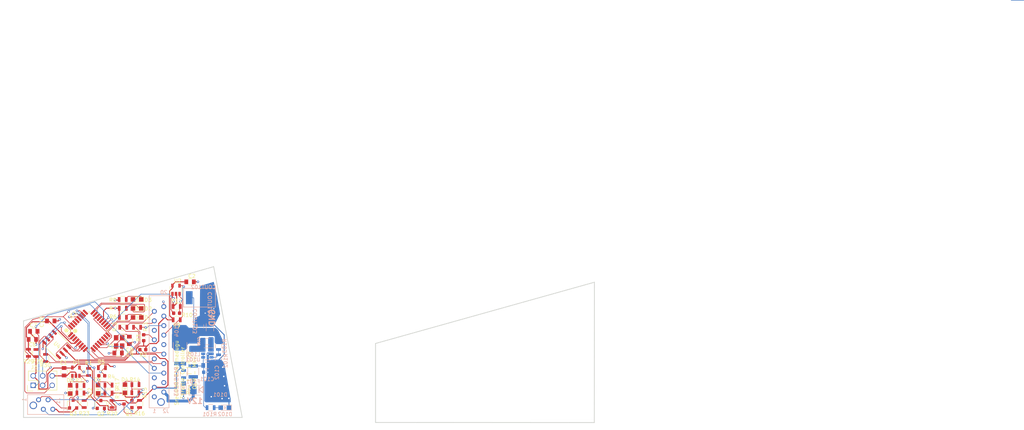
<source format=kicad_pcb>
(kicad_pcb (version 20171130) (host pcbnew 5.1.5-52549c5~84~ubuntu18.04.1)
  (layers (0 F.Cu signal) (1 In1.Cu signal) (2 In2.Cu signal) (31 B.Cu signal) (34 B.Paste user) (35 F.Paste user) (36 B.SilkS user) (37 F.SilkS user) (38 B.Mask user) (39 F.Mask user) (44 Edge.Cuts user))
  (net 0 "")
  (net 1 GND)
  (net 2 VCC)
  (net 3 "Net-(C101-Pad1)")
  (net 4 "Net-(C103-Pad2)")
  (net 5 "Net-(C103-Pad1)")
  (net 6 "Net-(COUT101-Pad1)")
  (net 7 "Net-(D102-Pad2)")
  (net 8 "Net-(D103-Pad2)")
  (net 9 "Net-(R102-Pad1)")
  (net 10 "Net-(C7-Pad1)")
  (net 11 "Net-(C8-Pad1)")
  (net 12 "Net-(C9-Pad1)")
  (net 13 "Net-(D1-Pad1)")
  (net 14 /PROGRAMMINGLED1)
  (net 15 "Net-(D2-Pad1)")
  (net 16 /PROGRAMMINGLED2)
  (net 17 /PROGRAMMINGLED3)
  (net 18 "Net-(D3-Pad1)")
  (net 19 "Net-(D4-Pad2)")
  (net 20 +12V)
  (net 21 "Net-(D6-Pad2)")
  (net 22 "Net-(D8-Pad2)")
  (net 23 /MISO)
  (net 24 /MOSI)
  (net 25 "Net-(IC1-Pad3)")
  (net 26 /TXCAN)
  (net 27 /RXCAN)
  (net 28 "Net-(IC1-Pad8)")
  (net 29 "Net-(IC1-Pad9)")
  (net 30 /SCK)
  (net 31 /DRIVE_MODE_SENSE)
  (net 32 "Net-(IC1-Pad14)")
  (net 33 "Net-(IC1-Pad15)")
  (net 34 "Net-(IC1-Pad16)")
  (net 35 /THROTTLE1SENSING)
  (net 36 /THROTTLE2SENSING)
  (net 37 "Net-(IC1-Pad21)")
  (net 38 "Net-(IC1-Pad25)")
  (net 39 /SS_ESTOP_OUT)
  (net 40 /SS_INERTIA_OUT)
  (net 41 /SS_BOTS_OUT)
  (net 42 "Net-(IC1-Pad29)")
  (net 43 "Net-(IC1-Pad30)")
  (net 44 /RESET)
  (net 45 "Net-(IC1-Pad32)")
  (net 46 /SS_COCKPIT_ESTOP)
  (net 47 /SS_BOTS)
  (net 48 /SS_INERTIA_SWITCH)
  (net 49 /CANH)
  (net 50 /CANL)
  (net 51 "Net-(J2-Pad10)")
  (net 52 /THROTTLE1_RIGHT_SENSE)
  (net 53 "Net-(J2-Pad13)")
  (net 54 /THROTTLE2_LEFT_SENSE)
  (net 55 /LED1)
  (net 56 /LED2)
  (net 57 "Net-(R4-Pad2)")
  (net 58 "Net-(R10-Pad2)")
  (net 59 "Net-(U4-Pad5)")
  (module footprints:R_0805_OEM (layer F.Cu) (at 116.332 70.104)
    (fp_text reference R9 (at 0 1.524) (layer F.SilkS))
    (fp_text value R_1M hide)
    (pad 1 smd rect (at -0.95 0) (size 0.7 1.3) (layers F.Cu F.Paste F.Mask) (net 2 VCC))
    (pad 2 smd rect (at 0.95 0) (size 0.7 1.3) (layers F.Cu F.Paste F.Mask) (net 54 /THROTTLE2_LEFT_SENSE))
  )
  (module footprints:R_0805_OEM (layer F.Cu) (at 98.118 89.716)
    (fp_text reference R19 (at 2.407 0.084 270) (layer F.SilkS))
    (fp_text value R_100k hide)
    (pad 2 smd rect (at 0.95 0) (size 0.7 1.3) (layers F.Cu F.Paste F.Mask) (net 1 GND))
    (pad 1 smd rect (at -0.95 0) (size 0.7 1.3) (layers F.Cu F.Paste F.Mask) (net 46 /SS_COCKPIT_ESTOP))
  )
  (module footprints:R_0805_OEM (layer F.Cu) (at 105.289 89.606)
    (fp_text reference R15 (at 2.54 0 90) (layer F.SilkS))
    (fp_text value R_100k hide)
    (pad 2 smd rect (at 0.95 0) (size 0.7 1.3) (layers F.Cu F.Paste F.Mask) (net 1 GND))
    (pad 1 smd rect (at -0.95 0) (size 0.7 1.3) (layers F.Cu F.Paste F.Mask) (net 48 /SS_INERTIA_SWITCH))
  )
  (module footprints:Fuse_1812 (layer B.Cu) (at 119.688 64.1858)
    (fp_text reference COUT102 (at 3.7973 -2.8194) (layer B.SilkS) (effects (justify mirror)))
    (fp_text value C_33uF hide)
    (pad 2 smd rect (at 5.28 0) (size 1.78 3.5) (layers B.Cu B.Paste B.Mask) (net 1 GND))
    (pad 1 smd rect (at 0 0) (size 1.78 3.5) (layers B.Cu B.Paste B.Mask) (net 6 "Net-(COUT101-Pad1)"))
  )
  (module footprints:C_0805_OEM (layer B.Cu) (at 124.5038 75.8983)
    (fp_text reference C103 (at -2.244 -0.0032 90) (layer B.SilkS) (effects (font (size 0.6 0.6)) (justify mirror)))
    (fp_text value C_0.1uF hide)
    (pad 2 smd rect (at 1 0) (size 1 1.25) (layers B.Cu B.Paste B.Mask) (net 4 "Net-(C103-Pad2)"))
    (pad 1 smd rect (at -1 0) (size 1 1.25) (layers B.Cu B.Paste B.Mask) (net 5 "Net-(C103-Pad1)"))
  )
  (module footprints:C_0805_OEM (layer B.Cu) (at 124.4243 82.3118)
    (fp_text reference C102 (at 2.6519 1.9019 90) (layer B.SilkS) (effects (justify mirror)))
    (fp_text value C_2.2uF hide)
    (pad 1 smd rect (at -1 0) (size 1 1.25) (layers B.Cu B.Paste B.Mask) (net 3 "Net-(C101-Pad1)"))
    (pad 2 smd rect (at 1 0) (size 1 1.25) (layers B.Cu B.Paste B.Mask) (net 1 GND))
  )
  (module footprints:C_0603_1608Metric (layer B.Cu) (at 124.33362 84.11774)
    (fp_text reference C101 (at 0.10098 1.84856) (layer B.SilkS) (effects (justify mirror)))
    (fp_text value C_0.1uF hide)
    (pad 1 smd roundrect (at -0.7875 0) (size 0.875 0.95) (layers B.Cu B.Paste B.Mask) (net 3 "Net-(C101-Pad1)"))
    (pad 2 smd roundrect (at 0.7875 0) (size 0.875 0.95) (layers B.Cu B.Paste B.Mask) (net 1 GND))
  )
  (module footprints:Fuse_1210 (layer B.Cu) (at 120.7573 83.8993 270)
    (fp_text reference F101 (at 2.7274 0.0565) (layer B.SilkS) (effects (justify mirror)))
    (fp_text value F_500mA_16V hide)
    (pad 2 smd rect (at 1.45 0 270) (size 0.9 2.5) (layers B.Cu B.Paste B.Mask) (net 20 +12V))
    (pad 1 smd rect (at -1.45 0 270) (size 0.9 2.5) (layers B.Cu B.Paste B.Mask) (net 3 "Net-(C101-Pad1)"))
  )
  (module footprints:L_100uH (layer B.Cu) (at 120.81826 76.3934 90)
    (fp_text reference L101 (at -2.9267 0.01654) (layer B.SilkS) (effects (justify mirror)))
    (fp_text value L_100uH hide)
    (pad 1 smd rect (at -1.6 0 90) (size 1.2 2) (layers B.Cu B.Paste B.Mask) (net 5 "Net-(C103-Pad1)"))
    (pad 2 smd rect (at 1.6 0 90) (size 1.2 2) (layers B.Cu B.Paste B.Mask) (net 6 "Net-(COUT101-Pad1)"))
  )
  (module footprints:R_0805_OEM (layer B.Cu) (at 127.508 77.0788 270)
    (fp_text reference R103 (at -0.0025 -1.6383 90) (layer B.SilkS) (effects (justify mirror)))
    (fp_text value R_100K hide)
    (pad 1 smd rect (at -0.95 0 270) (size 0.7 1.3) (layers B.Cu B.Paste B.Mask) (net 6 "Net-(COUT101-Pad1)"))
    (pad 2 smd rect (at 0.95 0 270) (size 0.7 1.3) (layers B.Cu B.Paste B.Mask) (net 9 "Net-(R102-Pad1)"))
  )
  (module footprints:R_0805_OEM (layer B.Cu) (at 127.52132 80.41188 270)
    (fp_text reference R102 (at 0.66492 -1.89168 90) (layer B.SilkS) (effects (justify mirror)))
    (fp_text value R_25K hide)
    (pad 2 smd rect (at 0.95 0 270) (size 0.7 1.3) (layers B.Cu B.Paste B.Mask) (net 1 GND))
    (pad 1 smd rect (at -0.95 0 270) (size 0.7 1.3) (layers B.Cu B.Paste B.Mask) (net 9 "Net-(R102-Pad1)"))
  )
  (module footprints:R_2512_OEM (layer B.Cu) (at 117.2464 78.74 270)
    (fp_text reference R104 (at -5.9436 0.9271 270) (layer B.SilkS) (effects (justify mirror)))
    (fp_text value R_0_2512 hide)
    (pad 1 smd rect (at -3.1 0 270) (size 1 3.2) (layers B.Cu B.Paste B.Mask) (net 6 "Net-(COUT101-Pad1)"))
    (pad 2 smd rect (at 3.1 0 270) (size 1 3.2) (layers B.Cu B.Paste B.Mask) (net 2 VCC))
  )
  (module footprints:SOT-23-6_OEM (layer B.Cu) (at 124.519 79.1925 180)
    (fp_text reference U101 (at 3.8092 -1.5526) (layer B.SilkS) (effects (justify mirror)))
    (fp_text value TPS560430YF hide)
    (pad 1 smd rect (at -1.1 0.95 180) (size 1.06 0.65) (layers B.Cu B.Paste B.Mask) (net 4 "Net-(C103-Pad2)"))
    (pad 2 smd rect (at -1.1 0 180) (size 1.06 0.65) (layers B.Cu B.Paste B.Mask) (net 1 GND))
    (pad 3 smd rect (at -1.1 -0.95 180) (size 1.06 0.65) (layers B.Cu B.Paste B.Mask) (net 9 "Net-(R102-Pad1)"))
    (pad 4 smd rect (at 1.1 -0.95 180) (size 1.06 0.65) (layers B.Cu B.Paste B.Mask) (net 3 "Net-(C101-Pad1)"))
    (pad 6 smd rect (at 1.1 0.95 180) (size 1.06 0.65) (layers B.Cu B.Paste B.Mask) (net 5 "Net-(C103-Pad1)"))
    (pad 5 smd rect (at 1.1 0 180) (size 1.06 0.65) (layers B.Cu B.Paste B.Mask) (net 3 "Net-(C101-Pad1)"))
  )
  (module footprints:C_1206_OEM (layer B.Cu) (at 125.222 72.112 90)
    (fp_text reference COUT101 (at 6.1267 0.001 90) (layer B.SilkS) (effects (justify mirror)))
    (fp_text value C_22uF hide)
    (pad 1 smd rect (at -1.5 0 90) (size 1 1.6) (layers B.Cu B.Paste B.Mask) (net 6 "Net-(COUT101-Pad1)"))
    (pad 2 smd rect (at 1.5 0 90) (size 1 1.6) (layers B.Cu B.Paste B.Mask) (net 1 GND))
  )
  (module footprints:C_0805_OEM (layer B.Cu) (at 122.682 71.866 90)
    (fp_text reference COUT103 (at 1.3874 -1.4662 90) (layer B.SilkS) (effects (justify mirror)))
    (fp_text value C_47uF hide)
    (pad 1 smd rect (at -1 0 90) (size 1 1.25) (layers B.Cu B.Paste B.Mask) (net 6 "Net-(COUT101-Pad1)"))
    (pad 2 smd rect (at 1 0 90) (size 1 1.25) (layers B.Cu B.Paste B.Mask) (net 1 GND))
  )
  (module footprints:DO-214AA (layer B.Cu) (at 122.7893 88.9158)
    (fp_text reference D101 (at 5.1632 1.2161) (layer B.SilkS) (effects (justify mirror)))
    (fp_text value D_Zener_18V hide)
    (pad 2 smd rect (at 2.032 0 180) (size 1.778 2.159) (layers B.Cu B.Paste B.Mask) (net 1 GND))
    (pad 1 smd rect (at -2.032 0 180) (size 1.778 2.159) (layers B.Cu B.Paste B.Mask) (net 20 +12V))
  )
  (module footprints:LED_0805_OEM (layer B.Cu) (at 129.1962 93.6018 180)
    (fp_text reference D102 (at -0.0644 -1.7371 180) (layer B.SilkS) (effects (justify mirror)))
    (fp_text value LED_0805 hide)
    (pad 2 smd rect (at 1.1 0) (size 1.2 1.2) (layers B.Cu B.Paste B.Mask) (net 7 "Net-(D102-Pad2)"))
    (pad 1 smd rect (at -1.1 0) (size 1.2 1.2) (layers B.Cu B.Paste B.Mask) (net 1 GND))
  )
  (module footprints:R_0805_OEM (layer B.Cu) (at 125.3962 93.6018)
    (fp_text reference R101 (at -0.2631 1.7625) (layer B.SilkS) (effects (justify mirror)))
    (fp_text value R_200 hide)
    (pad 1 smd rect (at -0.95 0) (size 0.7 1.3) (layers B.Cu B.Paste B.Mask) (net 3 "Net-(C101-Pad1)"))
    (pad 2 smd rect (at 0.95 0) (size 0.7 1.3) (layers B.Cu B.Paste B.Mask) (net 7 "Net-(D102-Pad2)"))
  )
  (module footprints:C_0805_OEM (layer F.Cu) (at 86.2448 83.9948 90)
    (fp_text reference C1 (at 2.425 -0.13 180) (layer F.SilkS))
    (fp_text value C_0.1uF hide)
    (pad 2 smd rect (at 1 0 90) (size 1 1.25) (layers F.Cu F.Paste F.Mask) (net 2 VCC))
    (pad 1 smd rect (at -1 0 90) (size 1 1.25) (layers F.Cu F.Paste F.Mask) (net 1 GND))
  )
  (module footprints:C_0805_OEM (layer F.Cu) (at 119.904 59.944 180)
    (fp_text reference C2 (at -0.492 1.524) (layer F.SilkS))
    (fp_text value C_0.1uF hide)
    (pad 2 smd rect (at 1 0 180) (size 1 1.25) (layers F.Cu F.Paste F.Mask) (net 2 VCC))
    (pad 1 smd rect (at -1 0 180) (size 1 1.25) (layers F.Cu F.Paste F.Mask) (net 1 GND))
  )
  (module footprints:C_0805_OEM (layer F.Cu) (at 77.7588 75.3418)
    (fp_text reference C6 (at 0.02 1.3662 180) (layer F.SilkS))
    (fp_text value C_0.1uF hide)
    (pad 1 smd rect (at -1 0) (size 1 1.25) (layers F.Cu F.Paste F.Mask) (net 2 VCC))
    (pad 2 smd rect (at 1 0) (size 1 1.25) (layers F.Cu F.Paste F.Mask) (net 1 GND))
  )
  (module footprints:C_0805_OEM (layer F.Cu) (at 78.15 73.175 180)
    (fp_text reference C7 (at 0.13 1.63) (layer F.SilkS))
    (fp_text value C_100pF hide)
    (pad 2 smd rect (at 1 0 180) (size 1 1.25) (layers F.Cu F.Paste F.Mask) (net 1 GND))
    (pad 1 smd rect (at -1 0 180) (size 1 1.25) (layers F.Cu F.Paste F.Mask) (net 10 "Net-(C7-Pad1)"))
  )
  (module footprints:C_0805_OEM (layer F.Cu) (at 103.6828 75.6031 270)
    (fp_text reference C8 (at 2.5019 -0.0508 180) (layer F.SilkS))
    (fp_text value C_30pF hide)
    (pad 1 smd rect (at -1 0 270) (size 1 1.25) (layers F.Cu F.Paste F.Mask) (net 11 "Net-(C8-Pad1)"))
    (pad 2 smd rect (at 1 0 270) (size 1 1.25) (layers F.Cu F.Paste F.Mask) (net 1 GND))
  )
  (module footprints:C_0805_OEM (layer F.Cu) (at 100.6856 78.9813 180)
    (fp_text reference C9 (at -3.0861 -0.4445 180) (layer F.SilkS))
    (fp_text value C_30pF hide)
    (pad 1 smd rect (at -1 0 180) (size 1 1.25) (layers F.Cu F.Paste F.Mask) (net 12 "Net-(C9-Pad1)"))
    (pad 2 smd rect (at 1 0 180) (size 1 1.25) (layers F.Cu F.Paste F.Mask) (net 1 GND))
  )
  (module footprints:C_0805_OEM (layer F.Cu) (at 82.675 70.4)
    (fp_text reference C10 (at -2.4 0.275 90) (layer F.SilkS))
    (fp_text value C_0.1uF hide)
    (pad 2 smd rect (at 1 0) (size 1 1.25) (layers F.Cu F.Paste F.Mask) (net 1 GND))
    (pad 1 smd rect (at -1 0) (size 1 1.25) (layers F.Cu F.Paste F.Mask) (net 2 VCC))
  )
  (module footprints:LED_0805_OEM (layer F.Cu) (at 105.775 69.475 180)
    (fp_text reference D1 (at -2.925 -0.05) (layer F.SilkS))
    (fp_text value LED_0805 hide)
    (pad 2 smd rect (at 1.1 0) (size 1.2 1.2) (layers F.Cu F.Paste F.Mask) (net 14 /PROGRAMMINGLED1))
    (pad 1 smd rect (at -1.1 0) (size 1.2 1.2) (layers F.Cu F.Paste F.Mask) (net 13 "Net-(D1-Pad1)"))
  )
  (module footprints:LED_0805_OEM (layer F.Cu) (at 105.75 67.075 180)
    (fp_text reference D2 (at -2.95 -0.05) (layer F.SilkS))
    (fp_text value LED_0805 hide)
    (pad 2 smd rect (at 1.1 0) (size 1.2 1.2) (layers F.Cu F.Paste F.Mask) (net 16 /PROGRAMMINGLED2))
    (pad 1 smd rect (at -1.1 0) (size 1.2 1.2) (layers F.Cu F.Paste F.Mask) (net 15 "Net-(D2-Pad1)"))
  )
  (module footprints:LED_0805_OEM (layer F.Cu) (at 105.75 64.65 180)
    (fp_text reference D3 (at -2.925 -0.15 180) (layer F.SilkS))
    (fp_text value LED_0805 hide)
    (pad 1 smd rect (at -1.1 0) (size 1.2 1.2) (layers F.Cu F.Paste F.Mask) (net 18 "Net-(D3-Pad1)"))
    (pad 2 smd rect (at 1.1 0) (size 1.2 1.2) (layers F.Cu F.Paste F.Mask) (net 17 /PROGRAMMINGLED3))
  )
  (module footprints:LED_0805_OEM (layer F.Cu) (at 102.509 88.536 90)
    (fp_text reference D4 (at 2.43 -0.02) (layer F.SilkS))
    (fp_text value LED_0805 hide)
    (pad 2 smd rect (at 1.1 0 270) (size 1.2 1.2) (layers F.Cu F.Paste F.Mask) (net 19 "Net-(D4-Pad2)"))
    (pad 1 smd rect (at -1.1 0 270) (size 1.2 1.2) (layers F.Cu F.Paste F.Mask) (net 1 GND))
  )
  (module footprints:LED_0805_OEM (layer F.Cu) (at 95.318 88.671 90)
    (fp_text reference D6 (at 2.565 -0.068) (layer F.SilkS))
    (fp_text value LED_0805 hide)
    (pad 2 smd rect (at 1.1 0 270) (size 1.2 1.2) (layers F.Cu F.Paste F.Mask) (net 21 "Net-(D6-Pad2)"))
    (pad 1 smd rect (at -1.1 0 270) (size 1.2 1.2) (layers F.Cu F.Paste F.Mask) (net 1 GND))
  )
  (module footprints:LED_0805_OEM (layer F.Cu) (at 87.875 88.725 90)
    (fp_text reference D8 (at 2.46 -0.01) (layer F.SilkS))
    (fp_text value LED_0805 hide)
    (pad 1 smd rect (at -1.1 0 270) (size 1.2 1.2) (layers F.Cu F.Paste F.Mask) (net 1 GND))
    (pad 2 smd rect (at 1.1 0 270) (size 1.2 1.2) (layers F.Cu F.Paste F.Mask) (net 22 "Net-(D8-Pad2)"))
  )
  (module footprints:LED_0805_OEM (layer B.Cu) (at 118.1608 88.2142 90)
    (fp_text reference D103 (at -0.381 -1.9431 90) (layer B.SilkS) (effects (justify mirror)))
    (fp_text value LED_0805 hide)
    (pad 2 smd rect (at 1.1 0 270) (size 1.2 1.2) (layers B.Cu B.Paste B.Mask) (net 8 "Net-(D103-Pad2)"))
    (pad 1 smd rect (at -1.1 0 270) (size 1.2 1.2) (layers B.Cu B.Paste B.Mask) (net 1 GND))
  )
  (module footprints:TQFP-32_7x7mm_Pitch0.8mm (layer F.Cu) (at 92.964 73.049324 45)
    (fp_text reference IC1 (at 0 -6.05 45) (layer F.SilkS))
    (fp_text value ATMEGA16M1 hide)
    (pad 1 smd rect (at -4.25 -2.8 45) (size 1.6 0.55) (layers F.Cu F.Paste F.Mask) (net 23 /MISO))
    (pad 2 smd rect (at -4.25 -2 45) (size 1.6 0.55) (layers F.Cu F.Paste F.Mask) (net 24 /MOSI))
    (pad 3 smd rect (at -4.25 -1.2 45) (size 1.6 0.55) (layers F.Cu F.Paste F.Mask) (net 25 "Net-(IC1-Pad3)"))
    (pad 4 smd rect (at -4.25 -0.4 45) (size 1.6 0.55) (layers F.Cu F.Paste F.Mask) (net 2 VCC))
    (pad 5 smd rect (at -4.25 0.4 45) (size 1.6 0.55) (layers F.Cu F.Paste F.Mask) (net 1 GND))
    (pad 6 smd rect (at -4.25 1.2 45) (size 1.6 0.55) (layers F.Cu F.Paste F.Mask) (net 26 /TXCAN))
    (pad 7 smd rect (at -4.25 2 45) (size 1.6 0.55) (layers F.Cu F.Paste F.Mask) (net 27 /RXCAN))
    (pad 8 smd rect (at -4.25 2.8 45) (size 1.6 0.55) (layers F.Cu F.Paste F.Mask) (net 28 "Net-(IC1-Pad8)"))
    (pad 9 smd rect (at -2.8 4.25 135) (size 1.6 0.55) (layers F.Cu F.Paste F.Mask) (net 29 "Net-(IC1-Pad9)"))
    (pad 10 smd rect (at -2 4.25 135) (size 1.6 0.55) (layers F.Cu F.Paste F.Mask) (net 12 "Net-(C9-Pad1)"))
    (pad 11 smd rect (at -1.2 4.25 135) (size 1.6 0.55) (layers F.Cu F.Paste F.Mask) (net 11 "Net-(C8-Pad1)"))
    (pad 12 smd rect (at -0.4 4.25 135) (size 1.6 0.55) (layers F.Cu F.Paste F.Mask) (net 30 /SCK))
    (pad 13 smd rect (at 0.4 4.25 135) (size 1.6 0.55) (layers F.Cu F.Paste F.Mask) (net 31 /DRIVE_MODE_SENSE))
    (pad 14 smd rect (at 1.2 4.25 135) (size 1.6 0.55) (layers F.Cu F.Paste F.Mask) (net 32 "Net-(IC1-Pad14)"))
    (pad 15 smd rect (at 2 4.25 135) (size 1.6 0.55) (layers F.Cu F.Paste F.Mask) (net 33 "Net-(IC1-Pad15)"))
    (pad 16 smd rect (at 2.8 4.25 135) (size 1.6 0.55) (layers F.Cu F.Paste F.Mask) (net 34 "Net-(IC1-Pad16)"))
    (pad 17 smd rect (at 4.25 2.8 45) (size 1.6 0.55) (layers F.Cu F.Paste F.Mask) (net 35 /THROTTLE1SENSING))
    (pad 18 smd rect (at 4.25 2 45) (size 1.6 0.55) (layers F.Cu F.Paste F.Mask) (net 36 /THROTTLE2SENSING))
    (pad 19 smd rect (at 4.25 1.2 45) (size 1.6 0.55) (layers F.Cu F.Paste F.Mask) (net 10 "Net-(C7-Pad1)"))
    (pad 20 smd rect (at 4.25 0.4 45) (size 1.6 0.55) (layers F.Cu F.Paste F.Mask) (net 1 GND))
    (pad 21 smd rect (at 4.25 -0.4 45) (size 1.6 0.55) (layers F.Cu F.Paste F.Mask) (net 37 "Net-(IC1-Pad21)"))
    (pad 22 smd rect (at 4.25 -1.2 45) (size 1.6 0.55) (layers F.Cu F.Paste F.Mask) (net 14 /PROGRAMMINGLED1))
    (pad 23 smd rect (at 4.25 -2 45) (size 1.6 0.55) (layers F.Cu F.Paste F.Mask) (net 16 /PROGRAMMINGLED2))
    (pad 24 smd rect (at 4.25 -2.8 45) (size 1.6 0.55) (layers F.Cu F.Paste F.Mask) (net 17 /PROGRAMMINGLED3))
    (pad 25 smd rect (at 2.8 -4.25 135) (size 1.6 0.55) (layers F.Cu F.Paste F.Mask) (net 38 "Net-(IC1-Pad25)"))
    (pad 26 smd rect (at 2 -4.25 135) (size 1.6 0.55) (layers F.Cu F.Paste F.Mask) (net 39 /SS_ESTOP_OUT))
    (pad 27 smd rect (at 1.2 -4.25 135) (size 1.6 0.55) (layers F.Cu F.Paste F.Mask) (net 40 /SS_INERTIA_OUT))
    (pad 28 smd rect (at 0.4 -4.25 135) (size 1.6 0.55) (layers F.Cu F.Paste F.Mask) (net 41 /SS_BOTS_OUT))
    (pad 29 smd rect (at -0.4 -4.25 135) (size 1.6 0.55) (layers F.Cu F.Paste F.Mask) (net 42 "Net-(IC1-Pad29)"))
    (pad 30 smd rect (at -1.2 -4.25 135) (size 1.6 0.55) (layers F.Cu F.Paste F.Mask) (net 43 "Net-(IC1-Pad30)"))
    (pad 31 smd rect (at -2 -4.25 135) (size 1.6 0.55) (layers F.Cu F.Paste F.Mask) (net 44 /RESET))
    (pad 32 smd rect (at -2.8 -4.25 135) (size 1.6 0.55) (layers F.Cu F.Paste F.Mask) (net 45 "Net-(IC1-Pad32)"))
  )
  (module footprints:micromatch_female_vert_4 (layer B.Cu) (at 84.5058 91.4908 270)
    (fp_text reference J1 (at 0.2892 -0.1442 90) (layer B.SilkS) (effects (justify mirror)))
    (fp_text value micromatch_female_TOP_ENTRY_locking_4 hide)
    (fp_text user 4 (at 2.54 -2.54 90) (layer B.SilkS) (effects (justify mirror)))
    (fp_text user 1 (at 0 8.89 90) (layer B.SilkS) (effects (justify mirror)))
    (pad 3 thru_hole circle (at 0 2.54 270) (size 1.3 1.3) (drill 0.8) (layers *.Cu *.Mask) (net 46 /SS_COCKPIT_ESTOP))
    (pad 1 thru_hole circle (at 0 5.08 270) (size 1.3 1.3) (drill 0.8) (layers *.Cu *.Mask) (net 47 /SS_BOTS))
    (pad 2 thru_hole circle (at 2.54 3.81 270) (size 1.3 1.3) (drill 0.8) (layers *.Cu *.Mask) (net 48 /SS_INERTIA_SWITCH))
    (pad 4 thru_hole circle (at 2.54 1.27 270) (size 1.3 1.3) (drill 0.8) (layers *.Cu *.Mask) (net 1 GND))
    (pad 5 thru_hole circle (at 1.5 6.48 270) (size 2 2) (drill 1.5) (layers *.Cu *.Mask))
  )
  (module footprints:micromatch_female_vert_20 (layer B.Cu) (at 110.35 85.62)
    (fp_text reference J2 (at 3.0737 8.8934) (layer B.SilkS) (effects (justify mirror)))
    (fp_text value micromatch_female_TOP_ENTRY_locking_20 hide)
    (fp_text user 1 (at 0 8.89) (layer B.SilkS) (effects (justify mirror)))
    (fp_text user 20 (at 2.54 -22.86) (layer B.SilkS) (effects (justify mirror)))
    (pad 21 thru_hole circle (at 1.8 6.48) (size 2 2) (drill 1.5) (layers *.Cu *.Mask))
    (pad 20 thru_hole circle (at 2.54 -19.05) (size 1.3 1.3) (drill 0.8) (layers *.Cu *.Mask) (net 1 GND))
    (pad 19 thru_hole circle (at 0 -17.78) (size 1.3 1.3) (drill 0.8) (layers *.Cu *.Mask) (net 31 /DRIVE_MODE_SENSE))
    (pad 18 thru_hole circle (at 2.54 -16.51) (size 1.3 1.3) (drill 0.8) (layers *.Cu *.Mask) (net 2 VCC))
    (pad 17 thru_hole circle (at 0 -15.24) (size 1.3 1.3) (drill 0.8) (layers *.Cu *.Mask) (net 56 /LED2))
    (pad 16 thru_hole circle (at 2.54 -13.97) (size 1.3 1.3) (drill 0.8) (layers *.Cu *.Mask) (net 55 /LED1))
    (pad 15 thru_hole circle (at 0 -12.7) (size 1.3 1.3) (drill 0.8) (layers *.Cu *.Mask) (net 1 GND))
    (pad 14 thru_hole circle (at 2.54 -11.43) (size 1.3 1.3) (drill 0.8) (layers *.Cu *.Mask) (net 54 /THROTTLE2_LEFT_SENSE))
    (pad 13 thru_hole circle (at 0 -10.16) (size 1.3 1.3) (drill 0.8) (layers *.Cu *.Mask) (net 53 "Net-(J2-Pad13)"))
    (pad 12 thru_hole circle (at 2.54 -8.89) (size 1.3 1.3) (drill 0.8) (layers *.Cu *.Mask) (net 1 GND))
    (pad 11 thru_hole circle (at 0 -7.62) (size 1.3 1.3) (drill 0.8) (layers *.Cu *.Mask) (net 52 /THROTTLE1_RIGHT_SENSE))
    (pad 10 thru_hole circle (at 2.54 -6.35) (size 1.3 1.3) (drill 0.8) (layers *.Cu *.Mask) (net 51 "Net-(J2-Pad10)"))
    (pad 9 thru_hole circle (at 0 -5.08) (size 1.3 1.3) (drill 0.8) (layers *.Cu *.Mask) (net 50 /CANL))
    (pad 8 thru_hole circle (at 2.54 -3.81) (size 1.3 1.3) (drill 0.8) (layers *.Cu *.Mask) (net 49 /CANH))
    (pad 6 thru_hole circle (at 2.54 -1.27) (size 1.3 1.3) (drill 0.8) (layers *.Cu *.Mask) (net 30 /SCK))
    (pad 4 thru_hole circle (at 2.54 1.27) (size 1.3 1.3) (drill 0.8) (layers *.Cu *.Mask) (net 23 /MISO))
    (pad 2 thru_hole circle (at 2.54 3.81) (size 1.3 1.3) (drill 0.8) (layers *.Cu *.Mask) (net 20 +12V))
    (pad 7 thru_hole circle (at 0 -2.54) (size 1.3 1.3) (drill 0.8) (layers *.Cu *.Mask) (net 44 /RESET))
    (pad 1 thru_hole circle (at 0 5.08) (size 1.3 1.3) (drill 0.8) (layers *.Cu *.Mask) (net 1 GND))
    (pad 3 thru_hole circle (at 0 2.54) (size 1.3 1.3) (drill 0.8) (layers *.Cu *.Mask) (net 2 VCC))
    (pad 5 thru_hole circle (at 0 0) (size 1.3 1.3) (drill 0.8) (layers *.Cu *.Mask) (net 24 /MOSI))
  )
  (module footprints:Pin_Header_Straight_2x03 (layer F.Cu) (at 77.978 87.63 90)
    (fp_text reference J3 (at 4.826 0.254 180) (layer F.SilkS))
    (fp_text value CONN_02X03 hide)
    (pad 6 thru_hole circle (at 2.54 5.08 90) (size 1.4 1.4) (drill 1.016) (layers *.Cu *.Mask) (net 1 GND))
    (pad 5 thru_hole circle (at 0 5.08 90) (size 1.4 1.4) (drill 1.016) (layers *.Cu *.Mask) (net 44 /RESET))
    (pad 4 thru_hole circle (at 2.54 2.54 90) (size 1.4 1.4) (drill 1.016) (layers *.Cu *.Mask) (net 24 /MOSI))
    (pad 3 thru_hole circle (at 0 2.54 90) (size 1.4 1.4) (drill 1.016) (layers *.Cu *.Mask) (net 30 /SCK))
    (pad 2 thru_hole circle (at 2.54 0 90) (size 1.4 1.4) (drill 1.016) (layers *.Cu *.Mask) (net 2 VCC))
    (pad 1 thru_hole rect (at 0 0 90) (size 1.4 1.4) (drill 1.016) (layers *.Cu *.Mask) (net 23 /MISO))
  )
  (module footprints:SOT-23F (layer F.Cu) (at 103.314 92.606 180)
    (fp_text reference Q1 (at -0.318 -2.644 180) (layer F.SilkS))
    (fp_text value SSM3K333R hide)
    (pad 3 smd rect (at 1.05 0 180) (size 0.9 0.8) (layers F.Cu F.Paste F.Mask) (net 40 /SS_INERTIA_OUT))
    (pad 2 smd rect (at -1.05 0.95 180) (size 0.9 0.8) (layers F.Cu F.Paste F.Mask) (net 1 GND))
    (pad 1 smd rect (at -1.05 -0.95 180) (size 0.9 0.8) (layers F.Cu F.Paste F.Mask) (net 48 /SS_INERTIA_SWITCH))
  )
  (module footprints:SOT-23F (layer F.Cu) (at 96.068 92.741 90)
    (fp_text reference Q2 (at -2.54 0) (layer F.SilkS))
    (fp_text value SSM3K333R hide)
    (pad 3 smd rect (at 1.05 0 90) (size 0.9 0.8) (layers F.Cu F.Paste F.Mask) (net 39 /SS_ESTOP_OUT))
    (pad 2 smd rect (at -1.05 0.95 90) (size 0.9 0.8) (layers F.Cu F.Paste F.Mask) (net 1 GND))
    (pad 1 smd rect (at -1.05 -0.95 90) (size 0.9 0.8) (layers F.Cu F.Paste F.Mask) (net 46 /SS_COCKPIT_ESTOP))
  )
  (module footprints:SOT-23F (layer F.Cu) (at 88.664 92.636 90)
    (fp_text reference Q3 (at -2.54 0) (layer F.SilkS))
    (fp_text value SSM3K333R hide)
    (pad 1 smd rect (at -1.05 -0.95 90) (size 0.9 0.8) (layers F.Cu F.Paste F.Mask) (net 47 /SS_BOTS))
    (pad 2 smd rect (at -1.05 0.95 90) (size 0.9 0.8) (layers F.Cu F.Paste F.Mask) (net 1 GND))
    (pad 3 smd rect (at 1.05 0 90) (size 0.9 0.8) (layers F.Cu F.Paste F.Mask) (net 41 /SS_BOTS_OUT))
  )
  (module footprints:R_0805_OEM (layer F.Cu) (at 92.8 84.05 270)
    (fp_text reference R1 (at -2.34 0 180) (layer F.SilkS))
    (fp_text value R_1M hide)
    (pad 1 smd rect (at -0.95 0 270) (size 0.7 1.3) (layers F.Cu F.Paste F.Mask) (net 2 VCC))
    (pad 2 smd rect (at 0.95 0 270) (size 0.7 1.3) (layers F.Cu F.Paste F.Mask) (net 52 /THROTTLE1_RIGHT_SENSE))
  )
  (module footprints:R_0603_1608Metric (layer F.Cu) (at 107.275 78.075)
    (fp_text reference R2 (at 0.0781 1.4524) (layer F.SilkS))
    (fp_text value R_0)
    (pad 1 smd roundrect (at -0.7875 0) (size 0.875 0.95) (layers F.Cu F.Paste F.Mask) (net 51 "Net-(J2-Pad10)"))
    (pad 2 smd roundrect (at 0.7875 0) (size 0.875 0.95) (layers F.Cu F.Paste F.Mask) (net 2 VCC))
  )
  (module footprints:R_0603_1608Metric (layer F.Cu) (at 107.5055 74.8919 90)
    (fp_text reference R3 (at -0.0381 -1.3462 90) (layer F.SilkS))
    (fp_text value R_0)
    (pad 2 smd roundrect (at 0.7875 0 90) (size 0.875 0.95) (layers F.Cu F.Paste F.Mask) (net 53 "Net-(J2-Pad13)"))
    (pad 1 smd roundrect (at -0.7875 0 90) (size 0.875 0.95) (layers F.Cu F.Paste F.Mask) (net 2 VCC))
  )
  (module footprints:R_0603_1608Metric (layer F.Cu) (at 96.3125 85.075)
    (fp_text reference R4 (at 2.54 0.254) (layer F.SilkS))
    (fp_text value R_0)
    (pad 1 smd roundrect (at -0.7875 0) (size 0.875 0.95) (layers F.Cu F.Paste F.Mask) (net 36 /THROTTLE2SENSING))
    (pad 2 smd roundrect (at 0.7875 0) (size 0.875 0.95) (layers F.Cu F.Paste F.Mask) (net 57 "Net-(R4-Pad2)"))
  )
  (module footprints:R_0805_OEM (layer F.Cu) (at 96.35 82.9 180)
    (fp_text reference R5 (at 0.188 1.524) (layer F.SilkS))
    (fp_text value R_2.2k hide)
    (pad 2 smd rect (at 0.95 0 180) (size 0.7 1.3) (layers F.Cu F.Paste F.Mask) (net 1 GND))
    (pad 1 smd rect (at -0.95 0 180) (size 0.7 1.3) (layers F.Cu F.Paste F.Mask) (net 57 "Net-(R4-Pad2)"))
  )
  (module footprints:R_0805_OEM (layer F.Cu) (at 101.959 69.446 180)
    (fp_text reference R6 (at 2.634 0.146 180) (layer F.SilkS))
    (fp_text value R_200 hide)
    (pad 1 smd rect (at -0.95 0 180) (size 0.7 1.3) (layers F.Cu F.Paste F.Mask) (net 13 "Net-(D1-Pad1)"))
    (pad 2 smd rect (at 0.95 0 180) (size 0.7 1.3) (layers F.Cu F.Paste F.Mask) (net 1 GND))
  )
  (module footprints:R_0805_OEM (layer F.Cu) (at 101.925 67.025 180)
    (fp_text reference R7 (at 2.675 0 180) (layer F.SilkS))
    (fp_text value R_200 hide)
    (pad 2 smd rect (at 0.95 0 180) (size 0.7 1.3) (layers F.Cu F.Paste F.Mask) (net 1 GND))
    (pad 1 smd rect (at -0.95 0 180) (size 0.7 1.3) (layers F.Cu F.Paste F.Mask) (net 15 "Net-(D2-Pad1)"))
  )
  (module footprints:R_0805_OEM (layer F.Cu) (at 101.9 64.675 180)
    (fp_text reference R8 (at 2.65 -0.15 180) (layer F.SilkS))
    (fp_text value R_200 hide)
    (pad 1 smd rect (at -0.95 0 180) (size 0.7 1.3) (layers F.Cu F.Paste F.Mask) (net 18 "Net-(D3-Pad1)"))
    (pad 2 smd rect (at 0.95 0 180) (size 0.7 1.3) (layers F.Cu F.Paste F.Mask) (net 1 GND))
  )
  (module footprints:R_0603_1608Metric (layer F.Cu) (at 116.3065 68.326)
    (fp_text reference R10 (at 2.8195 0.508) (layer F.SilkS))
    (fp_text value R_0)
    (pad 2 smd roundrect (at 0.7875 0) (size 0.875 0.95) (layers F.Cu F.Paste F.Mask) (net 58 "Net-(R10-Pad2)"))
    (pad 1 smd roundrect (at -0.7875 0) (size 0.875 0.95) (layers F.Cu F.Paste F.Mask) (net 35 /THROTTLE1SENSING))
  )
  (module footprints:R_0805_OEM (layer F.Cu) (at 116.332 66.548 180)
    (fp_text reference R11 (at 0 1.524) (layer F.SilkS))
    (fp_text value R_2.2k hide)
    (pad 2 smd rect (at 0.95 0 180) (size 0.7 1.3) (layers F.Cu F.Paste F.Mask) (net 1 GND))
    (pad 1 smd rect (at -0.95 0 180) (size 0.7 1.3) (layers F.Cu F.Paste F.Mask) (net 58 "Net-(R10-Pad2)"))
  )
  (module footprints:R_0805_OEM (layer F.Cu) (at 105.314 87.431)
    (fp_text reference R14 (at -0.125 -1.325) (layer F.SilkS))
    (fp_text value R_1k hide)
    (pad 1 smd rect (at -0.95 0) (size 0.7 1.3) (layers F.Cu F.Paste F.Mask) (net 48 /SS_INERTIA_SWITCH))
    (pad 2 smd rect (at 0.95 0) (size 0.7 1.3) (layers F.Cu F.Paste F.Mask) (net 19 "Net-(D4-Pad2)"))
  )
  (module footprints:R_0805_OEM (layer F.Cu) (at 106.414 92.606 270)
    (fp_text reference R16 (at 2.54 0) (layer F.SilkS))
    (fp_text value R_10k hide)
    (pad 1 smd rect (at -0.95 0 270) (size 0.7 1.3) (layers F.Cu F.Paste F.Mask) (net 2 VCC))
    (pad 2 smd rect (at 0.95 0 270) (size 0.7 1.3) (layers F.Cu F.Paste F.Mask) (net 40 /SS_INERTIA_OUT))
  )
  (module footprints:R_0805_OEM (layer F.Cu) (at 98.118 87.566)
    (fp_text reference R17 (at 2.332 -0.466 90) (layer F.SilkS))
    (fp_text value R_1k hide)
    (pad 2 smd rect (at 0.95 0) (size 0.7 1.3) (layers F.Cu F.Paste F.Mask) (net 21 "Net-(D6-Pad2)"))
    (pad 1 smd rect (at -0.95 0) (size 0.7 1.3) (layers F.Cu F.Paste F.Mask) (net 46 /SS_COCKPIT_ESTOP))
  )
  (module footprints:R_0805_OEM (layer F.Cu) (at 99.068 92.616 270)
    (fp_text reference R20 (at 2.54 0 180) (layer F.SilkS))
    (fp_text value R_10k hide)
    (pad 1 smd rect (at -0.95 0 270) (size 0.7 1.3) (layers F.Cu F.Paste F.Mask) (net 2 VCC))
    (pad 2 smd rect (at 0.95 0 270) (size 0.7 1.3) (layers F.Cu F.Paste F.Mask) (net 39 /SS_ESTOP_OUT))
  )
  (module footprints:R_0805_OEM (layer F.Cu) (at 90.625 87.675)
    (fp_text reference R21 (at 0.039 -1.33) (layer F.SilkS))
    (fp_text value R_1k hide)
    (pad 2 smd rect (at 0.95 0) (size 0.7 1.3) (layers F.Cu F.Paste F.Mask) (net 22 "Net-(D8-Pad2)"))
    (pad 1 smd rect (at -0.95 0) (size 0.7 1.3) (layers F.Cu F.Paste F.Mask) (net 47 /SS_BOTS))
  )
  (module footprints:R_0805_OEM (layer F.Cu) (at 90.614 89.686)
    (fp_text reference R22 (at 2.54 0 270) (layer F.SilkS))
    (fp_text value R_100k hide)
    (pad 1 smd rect (at -0.95 0) (size 0.7 1.3) (layers F.Cu F.Paste F.Mask) (net 47 /SS_BOTS))
    (pad 2 smd rect (at 0.95 0) (size 0.7 1.3) (layers F.Cu F.Paste F.Mask) (net 1 GND))
  )
  (module footprints:R_0805_OEM (layer F.Cu) (at 91.614 92.611 270)
    (fp_text reference R23 (at 2.54 0 180) (layer F.SilkS))
    (fp_text value R_10k hide)
    (pad 1 smd rect (at -0.95 0 270) (size 0.7 1.3) (layers F.Cu F.Paste F.Mask) (net 2 VCC))
    (pad 2 smd rect (at 0.95 0 270) (size 0.7 1.3) (layers F.Cu F.Paste F.Mask) (net 41 /SS_BOTS_OUT))
  )
  (module footprints:R_0805_OEM (layer F.Cu) (at 78.74 78.994 90)
    (fp_text reference R26 (at -2.286 0.508 180) (layer F.SilkS))
    (fp_text value R_100 hide)
    (pad 2 smd rect (at 0.95 0 90) (size 0.7 1.3) (layers F.Cu F.Paste F.Mask) (net 10 "Net-(C7-Pad1)"))
    (pad 1 smd rect (at -0.95 0 90) (size 0.7 1.3) (layers F.Cu F.Paste F.Mask) (net 2 VCC))
  )
  (module footprints:R_0805_OEM (layer B.Cu) (at 118.1862 84.6176 270)
    (fp_text reference R105 (at -0.0356 1.9304 90) (layer B.SilkS) (effects (justify mirror)))
    (fp_text value R_200 hide)
    (pad 2 smd rect (at 0.95 0 270) (size 0.7 1.3) (layers B.Cu B.Paste B.Mask) (net 8 "Net-(D103-Pad2)"))
    (pad 1 smd rect (at -0.95 0 270) (size 0.7 1.3) (layers B.Cu B.Paste B.Mask) (net 2 VCC))
  )
  (module footprints:R_0805_OEM (layer F.Cu) (at 76.708 78.928 270)
    (fp_text reference R29 (at 2.352 0 180) (layer F.SilkS))
    (fp_text value R_10k hide)
    (pad 1 smd rect (at -0.95 0 270) (size 0.7 1.3) (layers F.Cu F.Paste F.Mask) (net 2 VCC))
    (pad 2 smd rect (at 0.95 0 270) (size 0.7 1.3) (layers F.Cu F.Paste F.Mask) (net 44 /RESET))
  )
  (module footprints:R_0805_OEM (layer F.Cu) (at 81.3 80.3 90)
    (fp_text reference R30 (at -1.95 -0.025 180) (layer F.SilkS))
    (fp_text value "R_120 DNP" hide)
    (pad 1 smd rect (at -0.95 0 90) (size 0.7 1.3) (layers F.Cu F.Paste F.Mask) (net 49 /CANH))
    (pad 2 smd rect (at 0.95 0 90) (size 0.7 1.3) (layers F.Cu F.Paste F.Mask) (net 50 /CANL))
  )
  (module footprints:R_0805_OEM (layer F.Cu) (at 105.75 72.1 180)
    (fp_text reference R_1 (at -2.225 0.2 270) (layer F.SilkS))
    (fp_text value R_200 hide)
    (pad 2 smd rect (at 0.95 0 180) (size 0.7 1.3) (layers F.Cu F.Paste F.Mask) (net 28 "Net-(IC1-Pad8)"))
    (pad 1 smd rect (at -0.95 0 180) (size 0.7 1.3) (layers F.Cu F.Paste F.Mask) (net 55 /LED1))
  )
  (module footprints:R_0805_OEM (layer F.Cu) (at 102.075 72.1 180)
    (fp_text reference R_2 (at 2.25 0.175 90) (layer F.SilkS))
    (fp_text value R_200 hide)
    (pad 1 smd rect (at -0.95 0 180) (size 0.7 1.3) (layers F.Cu F.Paste F.Mask) (net 56 /LED2))
    (pad 2 smd rect (at 0.95 0 180) (size 0.7 1.3) (layers F.Cu F.Paste F.Mask) (net 29 "Net-(IC1-Pad9)"))
  )
  (module footprints:SOT-23-5_OEM (layer F.Cu) (at 89.408 83.99 90)
    (fp_text reference U1 (at 2.61 0.18 180) (layer F.SilkS))
    (fp_text value MCP6001 hide)
    (pad 5 smd rect (at 1.1 -0.95 90) (size 1.06 0.65) (layers F.Cu F.Paste F.Mask) (net 2 VCC))
    (pad 4 smd rect (at 1.1 0.95 90) (size 1.06 0.65) (layers F.Cu F.Paste F.Mask) (net 57 "Net-(R4-Pad2)"))
    (pad 3 smd rect (at -1.1 0.95 90) (size 1.06 0.65) (layers F.Cu F.Paste F.Mask) (net 52 /THROTTLE1_RIGHT_SENSE))
    (pad 2 smd rect (at -1.1 0 90) (size 1.06 0.65) (layers F.Cu F.Paste F.Mask) (net 1 GND))
    (pad 1 smd rect (at -1.1 -0.95 90) (size 1.06 0.65) (layers F.Cu F.Paste F.Mask) (net 36 /THROTTLE2SENSING))
  )
  (module footprints:SOT-23-5_OEM (layer F.Cu) (at 116.144 62.06 90)
    (fp_text reference U2 (at 2.37 0.442 180) (layer F.SilkS))
    (fp_text value MCP6001 hide)
    (pad 1 smd rect (at -1.1 -0.95 90) (size 1.06 0.65) (layers F.Cu F.Paste F.Mask) (net 35 /THROTTLE1SENSING))
    (pad 2 smd rect (at -1.1 0 90) (size 1.06 0.65) (layers F.Cu F.Paste F.Mask) (net 1 GND))
    (pad 3 smd rect (at -1.1 0.95 90) (size 1.06 0.65) (layers F.Cu F.Paste F.Mask) (net 54 /THROTTLE2_LEFT_SENSE))
    (pad 4 smd rect (at 1.1 0.95 90) (size 1.06 0.65) (layers F.Cu F.Paste F.Mask) (net 58 "Net-(R10-Pad2)"))
    (pad 5 smd rect (at 1.1 -0.95 90) (size 1.06 0.65) (layers F.Cu F.Paste F.Mask) (net 2 VCC))
  )
  (module footprints:SOIC-8_3.9x4.9mm_Pitch1.27mm_OEM (layer F.Cu) (at 84.2 76.7 135)
    (fp_text reference U4 (at -0.225 0 135) (layer F.SilkS))
    (fp_text value CAN_Transceiver hide)
    (pad 1 smd rect (at -2.7 -1.905 135) (size 1.55 0.6) (layers F.Cu F.Paste F.Mask) (net 26 /TXCAN))
    (pad 2 smd rect (at -2.7 -0.635 135) (size 1.55 0.6) (layers F.Cu F.Paste F.Mask) (net 1 GND))
    (pad 3 smd rect (at -2.7 0.635 135) (size 1.55 0.6) (layers F.Cu F.Paste F.Mask) (net 2 VCC))
    (pad 4 smd rect (at -2.7 1.905 135) (size 1.55 0.6) (layers F.Cu F.Paste F.Mask) (net 27 /RXCAN))
    (pad 5 smd rect (at 2.7 1.905 135) (size 1.55 0.6) (layers F.Cu F.Paste F.Mask) (net 59 "Net-(U4-Pad5)"))
    (pad 6 smd rect (at 2.7 0.635 135) (size 1.55 0.6) (layers F.Cu F.Paste F.Mask) (net 50 /CANL))
    (pad 7 smd rect (at 2.7 -0.635 135) (size 1.55 0.6) (layers F.Cu F.Paste F.Mask) (net 49 /CANH))
    (pad 8 smd rect (at 2.7 -1.905 135) (size 1.55 0.6) (layers F.Cu F.Paste F.Mask) (net 1 GND))
  )
  (module footprints:Crystal_SMD_FA238 (layer F.Cu) (at 100.9523 76.0095 270)
    (fp_text reference Y1 (at 1.1049 2.2606) (layer F.SilkS))
    (fp_text value Crystal_SMD hide)
    (pad 1 smd rect (at -1.1 0.8 270) (size 1.4 1.2) (layers F.Cu F.Mask) (net 11 "Net-(C8-Pad1)"))
    (pad 2 smd rect (at 1.1 0.8 270) (size 1.4 1.2) (layers F.Cu F.Mask) (net 1 GND))
    (pad 3 smd rect (at 1.1 -0.8 270) (size 1.4 1.2) (layers F.Cu F.Mask) (net 12 "Net-(C9-Pad1)"))
    (pad 4 smd rect (at -1.1 -0.8 270) (size 1.4 1.2) (layers F.Cu F.Mask) (net 1 GND))
  )
  (gr_line (start 227.9396 60.0456) (end 169.4688 76.4286) (layer Edge.Cuts) (width 0.2))
  (gr_line (start 227.9142 97.5868) (end 227.9396 60.0456) (layer Edge.Cuts) (width 0.2))
  (gr_line (start 169.4688 97.5614) (end 227.9142 97.5868) (layer Edge.Cuts) (width 0.2))
  (gr_line (start 169.4688 76.4286) (end 169.4688 97.5614) (layer Edge.Cuts) (width 0.2))
  (gr_text "Sreenidhi Chalimadugu\nThrottle Controller\nRev 1 | 1.4.20\nOEM - MKV" (at 118.7069 84.3026 90) (layer F.SilkS) (effects (font (size 1 1))))
  (gr_line (start 126.2126 55.88) (end 133.8326 96.2152) (layer Edge.Cuts) (width 0.199898))
  (gr_line (start 75.4126 70.3834) (end 126.2126 55.88) (layer Edge.Cuts) (width 0.199898))
  (gr_line (start 75.4126 96.2152) (end 133.8326 96.2152) (layer Edge.Cuts) (width 0.199898))
  (gr_line (start 75.4126 96.2152) (end 75.4126 70.3834) (layer Edge.Cuts) (width 0.199898))
  (gr_text GND (at 125.8062 69.5325 90) (layer B.SilkS) (effects (font (size 1.5 1.5) (thickness 0.3)) (justify mirror)))
  (gr_text 12V (at 121.1961 91.8083) (layer B.SilkS) (effects (font (size 1.5 1.5) (thickness 0.3)) (justify mirror)))
  (segment (start 339.3 -15.375) (end 342.675 -15.375) (width 0.1524) (layer B.Cu) (net 0))
  (via (at 128.6256 82.7786) (size 0.8) (drill 0.4) (layers F.Cu B.Cu) (net 1))
  (via (at 128.905 85.2424) (size 0.8) (drill 0.4) (layers F.Cu B.Cu) (net 1))
  (via (at 129.1209 87.7443) (size 0.8) (drill 0.4) (layers F.Cu B.Cu) (net 1))
  (segment (start 128.51954 91.11798) (end 128.45604 91.18148) (width 0.381) (layer B.Cu) (net 1))
  (via (at 125.57568 90.678) (size 0.8) (drill 0.4) (layers F.Cu B.Cu) (net 1))
  (segment (start 124.8213 89.1063) (end 124.8213 88.9158) (width 0.1524) (layer B.Cu) (net 1))
  (segment (start 125.4243 82.1868) (end 125.4243 82.3118) (width 0.254) (layer B.Cu) (net 1))
  (segment (start 126.24922 81.36188) (end 125.4243 82.1868) (width 0.254) (layer B.Cu) (net 1))
  (segment (start 127.52132 81.36188) (end 126.24922 81.36188) (width 0.254) (layer B.Cu) (net 1))
  (segment (start 124.835 79.1925) (end 125.619 79.1925) (width 0.254) (layer B.Cu) (net 1))
  (segment (start 124.809599 79.217901) (end 124.835 79.1925) (width 0.254) (layer B.Cu) (net 1))
  (segment (start 124.809599 80.818099) (end 124.809599 79.217901) (width 0.254) (layer B.Cu) (net 1))
  (segment (start 125.4243 81.4328) (end 124.809599 80.818099) (width 0.254) (layer B.Cu) (net 1))
  (segment (start 125.4243 82.3118) (end 125.4243 81.4328) (width 0.254) (layer B.Cu) (net 1))
  (segment (start 100.904 67.011) (end 100.024 67.011) (width 0.254) (layer F.Cu) (net 1))
  (via (at 97.028 94.706) (size 0.6096) (drill 0.3048) (layers F.Cu B.Cu) (net 1))
  (segment (start 97.018 93.791) (end 97.018 94.696) (width 0.254) (layer F.Cu) (net 1))
  (segment (start 97.018 94.696) (end 97.028 94.706) (width 0.1524) (layer F.Cu) (net 1))
  (segment (start 95.988315 70.326963) (end 96.283037 70.326963) (width 0.1524) (layer F.Cu) (net 1))
  (segment (start 89.977907 76.337371) (end 89.992629 76.337371) (width 0.1524) (layer F.Cu) (net 1))
  (segment (start 89.977907 76.337371) (end 89.977907 76.392093) (width 0.1524) (layer F.Cu) (net 1))
  (via (at 124.6378 79.2861) (size 0.6096) (drill 0.3048) (layers F.Cu B.Cu) (net 1))
  (segment (start 125.4243 83.81456) (end 125.12112 84.11774) (width 0.1524) (layer B.Cu) (net 1))
  (segment (start 125.4243 82.3118) (end 125.4243 83.81456) (width 0.254) (layer B.Cu) (net 1))
  (via (at 124.6378 84.1121) (size 0.6096) (drill 0.3048) (layers F.Cu B.Cu) (net 1))
  (segment (start 125.12112 84.11774) (end 124.64344 84.11774) (width 0.1524) (layer B.Cu) (net 1))
  (segment (start 124.64344 84.11774) (end 124.6378 84.1121) (width 0.1524) (layer B.Cu) (net 1))
  (segment (start 124.8213 84.2956) (end 124.6378 84.1121) (width 0.1524) (layer B.Cu) (net 1))
  (segment (start 124.8213 88.9158) (end 124.8213 84.2956) (width 0.254) (layer B.Cu) (net 1))
  (segment (start 124.7314 79.1925) (end 124.6378 79.2861) (width 0.1524) (layer B.Cu) (net 1))
  (segment (start 125.619 79.1925) (end 124.7314 79.1925) (width 0.1524) (layer B.Cu) (net 1))
  (via (at 130.25436 91.11798) (size 0.8) (drill 0.4) (layers F.Cu B.Cu) (net 1))
  (segment (start 124.8594 67.4694) (end 124.0409 68.2879) (width 0.254) (layer B.Cu) (net 1))
  (segment (start 125.0118 67.4694) (end 124.8594 67.4694) (width 0.254) (layer B.Cu) (net 1))
  (via (at 126.238 69.342) (size 0.6096) (drill 0.3048) (layers F.Cu B.Cu) (net 1))
  (segment (start 130.2962 91.15982) (end 130.25436 91.11798) (width 0.254) (layer B.Cu) (net 1))
  (segment (start 130.2962 93.6018) (end 130.2962 91.15982) (width 0.254) (layer B.Cu) (net 1))
  (segment (start 127.52132 81.67432) (end 128.6256 82.7786) (width 0.254) (layer B.Cu) (net 1))
  (segment (start 127.52132 81.36188) (end 127.52132 81.67432) (width 0.254) (layer B.Cu) (net 1))
  (segment (start 128.6256 84.963) (end 128.905 85.2424) (width 0.254) (layer B.Cu) (net 1))
  (segment (start 128.6256 82.7786) (end 128.6256 84.963) (width 0.254) (layer B.Cu) (net 1))
  (segment (start 128.905 87.5284) (end 129.1209 87.7443) (width 0.254) (layer B.Cu) (net 1))
  (segment (start 128.905 85.2424) (end 128.905 87.5284) (width 0.254) (layer B.Cu) (net 1))
  (segment (start 118.1608 90.9447) (end 118.1227 90.9828) (width 0.254) (layer B.Cu) (net 1))
  (via (at 118.1227 90.9828) (size 0.6096) (drill 0.3048) (layers F.Cu B.Cu) (net 1))
  (segment (start 118.1608 89.3142) (end 118.1608 90.9447) (width 0.254) (layer B.Cu) (net 1))
  (segment (start 122.682 70.866) (end 122.936 70.866) (width 0.1524) (layer B.Cu) (net 1))
  (via (at 126.2507 67.1195) (size 0.6096) (drill 0.3048) (layers F.Cu B.Cu) (net 1))
  (segment (start 125.9008 67.4694) (end 126.2507 67.1195) (width 0.254) (layer B.Cu) (net 1))
  (segment (start 125.0118 67.4694) (end 125.9008 67.4694) (width 0.254) (layer B.Cu) (net 1))
  (via (at 123.952 68.326) (size 0.6096) (drill 0.3048) (layers F.Cu B.Cu) (net 1))
  (segment (start 124.968 70.358) (end 125.222 70.612) (width 0.1524) (layer B.Cu) (net 1))
  (segment (start 124.968 64.1858) (end 124.968 70.358) (width 0.254) (layer B.Cu) (net 1))
  (segment (start 124.968 70.866) (end 125.222 70.612) (width 0.1524) (layer B.Cu) (net 1))
  (segment (start 122.682 70.866) (end 124.968 70.866) (width 0.254) (layer B.Cu) (net 1))
  (segment (start 126.238 69.773052) (end 126.238 69.342) (width 0.254) (layer B.Cu) (net 1))
  (segment (start 126.238 69.896) (end 126.238 69.773052) (width 0.254) (layer B.Cu) (net 1))
  (segment (start 125.522 70.612) (end 126.238 69.896) (width 0.254) (layer B.Cu) (net 1))
  (segment (start 125.222 70.612) (end 125.522 70.612) (width 0.1524) (layer B.Cu) (net 1))
  (segment (start 78.7588 75.2168) (end 76.948 73.406) (width 0.254) (layer F.Cu) (net 1))
  (segment (start 76.948 73.406) (end 76.7188 73.406) (width 0.1524) (layer F.Cu) (net 1))
  (segment (start 78.7588 75.3418) (end 78.7588 75.2168) (width 0.1524) (layer F.Cu) (net 1))
  (segment (start 115.382 66.548) (end 115.382 66.248) (width 0.1524) (layer F.Cu) (net 1))
  (segment (start 120.904 59.944) (end 120.904 60.069) (width 0.1524) (layer F.Cu) (net 1))
  (via (at 99.9 64.8) (size 0.6096) (drill 0.3048) (layers F.Cu B.Cu) (net 1))
  (segment (start 100.884 64.826) (end 99.982 64.826) (width 0.254) (layer F.Cu) (net 1))
  (segment (start 100.132 64.826) (end 100.076 64.77) (width 0.1524) (layer F.Cu) (net 1))
  (segment (start 112.89 65.392) (end 112.776 65.278) (width 0.1524) (layer F.Cu) (net 1))
  (segment (start 112.89 66.57) (end 112.89 65.392) (width 0.1524) (layer F.Cu) (net 1))
  (via (at 112.776 65.278) (size 0.6096) (drill 0.3048) (layers F.Cu B.Cu) (net 1))
  (via (at 78.74 76.708) (size 0.6096) (drill 0.3048) (layers F.Cu B.Cu) (net 1))
  (segment (start 78.7588 75.3418) (end 78.7588 76.4352) (width 0.254) (layer F.Cu) (net 1))
  (segment (start 78.7588 76.4352) (end 78.74 76.454) (width 0.1524) (layer F.Cu) (net 1))
  (via (at 86.625 89.675) (size 0.6096) (drill 0.3048) (layers F.Cu B.Cu) (net 1))
  (segment (start 87.894 89.666) (end 86.872 89.666) (width 0.254) (layer F.Cu) (net 1))
  (segment (start 86.872 89.666) (end 86.868 89.662) (width 0.1524) (layer F.Cu) (net 1))
  (segment (start 84.074 85.09) (end 83.058 85.09) (width 0.254) (layer F.Cu) (net 1))
  (segment (start 86.2448 84.9948) (end 86.1496 85.09) (width 0.1524) (layer F.Cu) (net 1))
  (segment (start 86.1496 85.09) (end 84.074 85.09) (width 0.254) (layer F.Cu) (net 1))
  (segment (start 127.52132 80.85948) (end 127.52132 81.36188) (width 0.254) (layer B.Cu) (net 1))
  (segment (start 129.032 79.3488) (end 127.52132 80.85948) (width 0.254) (layer B.Cu) (net 1))
  (segment (start 125.522 70.612) (end 129.032 74.122) (width 0.254) (layer B.Cu) (net 1))
  (segment (start 129.032 74.122) (end 129.032 79.3488) (width 0.254) (layer B.Cu) (net 1))
  (via (at 128.45604 91.18148) (size 0.8) (drill 0.4) (layers F.Cu B.Cu) (net 1))
  (segment (start 128.44334 91.19418) (end 128.45604 91.18148) (width 0.254) (layer B.Cu) (net 1))
  (via (at 122.025 59.925) (size 0.6096) (drill 0.3048) (layers F.Cu B.Cu) (net 1))
  (segment (start 120.904 59.944) (end 121.92 59.944) (width 0.254) (layer F.Cu) (net 1))
  (segment (start 89.448 93.686) (end 89.614 93.686) (width 0.254) (layer F.Cu) (net 1))
  (segment (start 88.392 94.742) (end 89.448 93.686) (width 0.254) (layer F.Cu) (net 1))
  (segment (start 84.866238 94.742) (end 88.392 94.742) (width 0.254) (layer F.Cu) (net 1))
  (segment (start 83.2358 94.0308) (end 84.155038 94.0308) (width 0.254) (layer F.Cu) (net 1))
  (segment (start 84.155038 94.0308) (end 84.866238 94.742) (width 0.254) (layer F.Cu) (net 1))
  (segment (start 124.8213 89.92362) (end 125.57568 90.678) (width 0.254) (layer B.Cu) (net 1))
  (segment (start 124.8213 88.9158) (end 124.8213 89.92362) (width 0.254) (layer B.Cu) (net 1))
  (segment (start 126.07916 91.18148) (end 128.45604 91.18148) (width 0.254) (layer B.Cu) (net 1))
  (segment (start 125.57568 90.678) (end 126.07916 91.18148) (width 0.254) (layer B.Cu) (net 1))
  (segment (start 130.19086 91.18148) (end 130.25436 91.11798) (width 0.254) (layer B.Cu) (net 1))
  (segment (start 128.45604 91.18148) (end 130.19086 91.18148) (width 0.254) (layer B.Cu) (net 1))
  (segment (start 87.943 84.074) (end 87.0222 84.9948) (width 0.254) (layer F.Cu) (net 1))
  (segment (start 87.0222 84.9948) (end 86.2448 84.9948) (width 0.254) (layer F.Cu) (net 1))
  (segment (start 89.408 84.328) (end 89.154 84.074) (width 0.254) (layer F.Cu) (net 1))
  (segment (start 89.154 84.074) (end 87.943 84.074) (width 0.254) (layer F.Cu) (net 1))
  (segment (start 89.408 84.4076) (end 89.408 84.328) (width 0.1524) (layer F.Cu) (net 1))
  (segment (start 89.408 85.09) (end 89.408 84.4076) (width 0.254) (layer F.Cu) (net 1))
  (segment (start 104.425 91.595) (end 104.425 90.775) (width 0.254) (layer F.Cu) (net 1))
  (segment (start 104.364 91.656) (end 104.425 91.595) (width 0.254) (layer F.Cu) (net 1))
  (segment (start 102.509 90.49) (end 102.794 90.775) (width 0.254) (layer F.Cu) (net 1))
  (segment (start 102.509 89.636) (end 102.509 90.49) (width 0.254) (layer F.Cu) (net 1))
  (segment (start 102.794 90.775) (end 104.425 90.775) (width 0.254) (layer F.Cu) (net 1))
  (segment (start 105.974 90.775) (end 106.239 90.51) (width 0.254) (layer F.Cu) (net 1))
  (segment (start 104.425 90.775) (end 105.974 90.775) (width 0.254) (layer F.Cu) (net 1))
  (segment (start 106.239 90.51) (end 106.239 89.606) (width 0.254) (layer F.Cu) (net 1))
  (via (at 86.9 80.25) (size 0.6096) (drill 0.3048) (layers F.Cu B.Cu) (net 1))
  (via (at 92.575 89.65) (size 0.6096) (drill 0.3048) (layers F.Cu B.Cu) (net 1))
  (segment (start 91.564 89.686) (end 92.5978 89.686) (width 0.254) (layer F.Cu) (net 1))
  (segment (start 92.5978 89.686) (end 92.6338 89.65) (width 0.1524) (layer F.Cu) (net 1))
  (via (at 115.55 65.225) (size 0.6096) (drill 0.3048) (layers F.Cu B.Cu) (net 1))
  (segment (start 116.325 63.341) (end 116.144 63.16) (width 0.254) (layer F.Cu) (net 1))
  (segment (start 116.325 65.7) (end 116.325 63.341) (width 0.254) (layer F.Cu) (net 1))
  (segment (start 115.382 66.248) (end 115.777 66.248) (width 0.254) (layer F.Cu) (net 1))
  (segment (start 115.777 66.248) (end 116.325 65.7) (width 0.254) (layer F.Cu) (net 1))
  (segment (start 115.382 65.318) (end 115.55 65.15) (width 0.254) (layer F.Cu) (net 1))
  (segment (start 115.382 66.548) (end 115.382 65.318) (width 0.254) (layer F.Cu) (net 1))
  (segment (start 99.068 90.016) (end 99.068 89.716) (width 0.254) (layer F.Cu) (net 1))
  (segment (start 95.338401 90.645401) (end 98.438599 90.645401) (width 0.254) (layer F.Cu) (net 1))
  (segment (start 95.318 90.625) (end 95.338401 90.645401) (width 0.254) (layer F.Cu) (net 1))
  (segment (start 98.438599 90.645401) (end 99.068 90.016) (width 0.254) (layer F.Cu) (net 1))
  (segment (start 95.318 89.771) (end 95.318 90.625) (width 0.254) (layer F.Cu) (net 1))
  (segment (start 102.429 89.716) (end 102.509 89.636) (width 0.254) (layer F.Cu) (net 1))
  (segment (start 99.068 89.716) (end 102.429 89.716) (width 0.254) (layer F.Cu) (net 1))
  (via (at 107.35 89.85) (size 0.6096) (drill 0.3048) (layers F.Cu B.Cu) (net 1))
  (segment (start 106.239 89.606) (end 107.156 89.606) (width 0.254) (layer F.Cu) (net 1))
  (segment (start 107.156 89.606) (end 107.4 89.85) (width 0.254) (layer F.Cu) (net 1))
  (segment (start 101.009 69.446) (end 101.009 69.146) (width 0.254) (layer F.Cu) (net 1))
  (via (at 99.925 67) (size 0.6096) (drill 0.3048) (layers F.Cu B.Cu) (net 1))
  (segment (start 100.975 69.412) (end 101.009 69.446) (width 0.254) (layer F.Cu) (net 1))
  (segment (start 100.975 67.025) (end 100.975 69.412) (width 0.254) (layer F.Cu) (net 1))
  (segment (start 97.55 67) (end 99.925 67) (width 0.254) (layer F.Cu) (net 1))
  (segment (start 96.775 67.775) (end 97.55 67) (width 0.254) (layer F.Cu) (net 1))
  (segment (start 96.252047 70.326963) (end 96.775 69.80401) (width 0.254) (layer F.Cu) (net 1))
  (segment (start 96.775 69.80401) (end 96.775 67.775) (width 0.254) (layer F.Cu) (net 1))
  (via (at 85.1 69.975) (size 0.6096) (drill 0.3048) (layers F.Cu B.Cu) (net 1))
  (segment (start 83.675 70.4) (end 84.7 70.4) (width 0.254) (layer F.Cu) (net 1))
  (segment (start 84.7 70.4) (end 85.075 70.025) (width 0.254) (layer F.Cu) (net 1))
  (via (at 80.55 77.85) (size 0.6096) (drill 0.3048) (layers F.Cu B.Cu) (net 1))
  (segment (start 80.625 77.775) (end 80.55 77.85) (width 0.254) (layer F.Cu) (net 1))
  (segment (start 80.625 76.236349) (end 80.625 77.775) (width 0.254) (layer F.Cu) (net 1))
  (segment (start 85.708201 79.058201) (end 86.9 80.25) (width 0.254) (layer F.Cu) (net 1))
  (segment (start 85.660176 79.058201) (end 85.708201 79.058201) (width 0.254) (layer F.Cu) (net 1))
  (segment (start 90.241639 76.337371) (end 89.2 77.37901) (width 0.254) (layer F.Cu) (net 1))
  (via (at 89.275 77.55) (size 0.6096) (drill 0.3048) (layers F.Cu B.Cu) (net 1))
  (via (at 99.6823 82.5754) (size 0.6096) (drill 0.3048) (layers F.Cu B.Cu) (net 1))
  (segment (start 96.095245 81.953155) (end 97.984595 81.953155) (width 0.254) (layer F.Cu) (net 1))
  (segment (start 99.251248 82.5754) (end 99.6823 82.5754) (width 0.254) (layer F.Cu) (net 1))
  (segment (start 97.984595 81.953155) (end 98.60684 82.5754) (width 0.254) (layer F.Cu) (net 1))
  (segment (start 95.2444 82.804) (end 96.095245 81.953155) (width 0.254) (layer F.Cu) (net 1))
  (segment (start 98.60684 82.5754) (end 99.251248 82.5754) (width 0.254) (layer F.Cu) (net 1))
  (segment (start 100.1523 78.5146) (end 99.6856 78.9813) (width 0.1524) (layer F.Cu) (net 1))
  (segment (start 100.1523 77.1095) (end 100.1523 78.5146) (width 0.1524) (layer F.Cu) (net 1))
  (segment (start 100.1523 76.6095) (end 101.7523 75.0095) (width 0.1524) (layer F.Cu) (net 1))
  (segment (start 100.1523 77.1095) (end 100.1523 76.6095) (width 0.1524) (layer F.Cu) (net 1))
  (segment (start 103.3459 76.6031) (end 103.6828 76.6031) (width 0.1524) (layer F.Cu) (net 1))
  (segment (start 101.7523 75.0095) (end 103.3459 76.6031) (width 0.1524) (layer F.Cu) (net 1))
  (segment (start 101.7523 74.9095) (end 101.7523 75.0095) (width 0.1524) (layer F.Cu) (net 1))
  (via (at 105.1306 76.0857) (size 0.6096) (drill 0.3048) (layers F.Cu B.Cu) (net 1))
  (segment (start 103.8078 76.6031) (end 104.3252 76.0857) (width 0.1524) (layer F.Cu) (net 1))
  (segment (start 104.3252 76.0857) (end 105.1306 76.0857) (width 0.1524) (layer F.Cu) (net 1))
  (segment (start 103.6828 76.6031) (end 103.8078 76.6031) (width 0.1524) (layer F.Cu) (net 1))
  (via (at 99.6823 82.5754) (size 0.6096) (drill 0.3048) (layers F.Cu B.Cu) (net 1))
  (via (at 98.2345 79.0448) (size 0.6096) (drill 0.3048) (layers F.Cu B.Cu) (net 1))
  (segment (start 98.298 78.9813) (end 98.2345 79.0448) (width 0.1524) (layer F.Cu) (net 1))
  (segment (start 99.6856 78.9813) (end 98.298 78.9813) (width 0.1524) (layer F.Cu) (net 1))
  (segment (start 110.38 88.13) (end 110.35 88.16) (width 0.1524) (layer F.Cu) (net 2))
  (segment (start 106.854 91.656) (end 106.414 91.656) (width 0.254) (layer F.Cu) (net 2))
  (segment (start 110.604 87.906) (end 106.854 91.656) (width 0.254) (layer F.Cu) (net 2))
  (segment (start 112.89 69.11) (end 113.008 69.11) (width 0.1524) (layer F.Cu) (net 2))
  (segment (start 117.2464 82.7278) (end 118.1862 83.6676) (width 0.254) (layer B.Cu) (net 2))
  (segment (start 117.2464 81.84) (end 117.2464 82.55) (width 0.254) (layer B.Cu) (net 2))
  (segment (start 117.2464 82.55) (end 117.2464 82.7278) (width 0.254) (layer B.Cu) (net 2))
  (segment (start 113.884 70.104) (end 112.89 69.11) (width 0.254) (layer F.Cu) (net 2))
  (segment (start 115.382 70.104) (end 113.884 70.104) (width 0.254) (layer F.Cu) (net 2))
  (segment (start 116.005 59.944) (end 115.194 60.755) (width 0.254) (layer F.Cu) (net 2))
  (segment (start 115.194 60.755) (end 115.194 60.96) (width 0.254) (layer F.Cu) (net 2))
  (segment (start 118.904 59.944) (end 116.005 59.944) (width 0.254) (layer F.Cu) (net 2))
  (segment (start 91.914 91.661) (end 91.614 91.661) (width 0.1524) (layer F.Cu) (net 2))
  (segment (start 93.040209 90.534791) (end 91.914 91.661) (width 0.254) (layer F.Cu) (net 2))
  (segment (start 93.040209 90.534791) (end 93.074791 90.534791) (width 0.254) (layer F.Cu) (net 2))
  (segment (start 88.3532 82.9948) (end 88.458 82.89) (width 0.254) (layer F.Cu) (net 2))
  (segment (start 86.2448 82.9948) (end 88.3532 82.9948) (width 0.254) (layer F.Cu) (net 2))
  (segment (start 78.1916 79.944) (end 78.994 79.944) (width 0.254) (layer F.Cu) (net 2))
  (segment (start 78.1716 79.944) (end 78.1916 79.944) (width 0.1524) (layer F.Cu) (net 2))
  (segment (start 76.708 78.4804) (end 78.1716 79.944) (width 0.254) (layer F.Cu) (net 2))
  (segment (start 76.708 77.978) (end 76.708 78.4804) (width 0.254) (layer F.Cu) (net 2))
  (segment (start 76.708 75.3926) (end 76.7588 75.3418) (width 0.254) (layer F.Cu) (net 2))
  (segment (start 76.708 77.978) (end 76.708 75.3926) (width 0.254) (layer F.Cu) (net 2))
  (segment (start 76.7588 75.3418) (end 76.7588 75.2168) (width 0.1524) (layer F.Cu) (net 2))
  (segment (start 78.74 84.328) (end 77.978 85.09) (width 0.254) (layer F.Cu) (net 2))
  (segment (start 78.74 79.944) (end 78.74 84.328) (width 0.254) (layer F.Cu) (net 2))
  (segment (start 89.412221 75.771685) (end 90.048616 75.13529) (width 0.1524) (layer F.Cu) (net 2))
  (segment (start 93.218 90.357) (end 93.040209 90.534791) (width 0.254) (layer F.Cu) (net 2))
  (segment (start 99.068 92.1684) (end 99.068 91.666) (width 0.254) (layer F.Cu) (net 2))
  (segment (start 100.076 93.1764) (end 99.068 92.1684) (width 0.254) (layer F.Cu) (net 2))
  (segment (start 100.076 94.234) (end 100.076 93.1764) (width 0.254) (layer F.Cu) (net 2))
  (segment (start 98.324518 94.234) (end 98.552 94.234) (width 0.254) (layer F.Cu) (net 2))
  (segment (start 98.552 94.234) (end 100.076 94.234) (width 0.254) (layer F.Cu) (net 2))
  (segment (start 98.179119 94.234) (end 98.552 94.234) (width 0.254) (layer F.Cu) (net 2))
  (segment (start 93.218 90.424) (end 95.855599 93.061599) (width 0.254) (layer F.Cu) (net 2))
  (segment (start 95.855599 93.061599) (end 97.887599 93.061599) (width 0.254) (layer F.Cu) (net 2))
  (segment (start 97.887599 93.061599) (end 98.044 93.218) (width 0.254) (layer F.Cu) (net 2))
  (segment (start 93.218 90.357) (end 93.218 90.424) (width 0.254) (layer F.Cu) (net 2))
  (segment (start 98.044 93.218) (end 98.044 94.098881) (width 0.254) (layer F.Cu) (net 2))
  (segment (start 98.044 94.098881) (end 98.179119 94.234) (width 0.254) (layer F.Cu) (net 2))
  (segment (start 110.565 88.375) (end 110.35 88.16) (width 0.254) (layer B.Cu) (net 2))
  (segment (start 116.2778 88.375) (end 110.565 88.375) (width 0.254) (layer B.Cu) (net 2))
  (segment (start 116.2778 84.0706) (end 116.2778 88.375) (width 0.254) (layer B.Cu) (net 2))
  (segment (start 117.2464 81.84) (end 117.2464 83.102) (width 0.254) (layer B.Cu) (net 2))
  (segment (start 117.2464 83.102) (end 116.2778 84.0706) (width 0.254) (layer B.Cu) (net 2))
  (segment (start 106.114 91.656) (end 106.414 91.656) (width 0.254) (layer F.Cu) (net 2))
  (segment (start 103.257401 92.335401) (end 105.434599 92.335401) (width 0.254) (layer F.Cu) (net 2))
  (segment (start 102.616 91.694) (end 103.257401 92.335401) (width 0.254) (layer F.Cu) (net 2))
  (segment (start 99.068 91.666) (end 99.096 91.694) (width 0.254) (layer F.Cu) (net 2))
  (segment (start 105.434599 92.335401) (end 106.114 91.656) (width 0.254) (layer F.Cu) (net 2))
  (segment (start 99.096 91.694) (end 102.616 91.694) (width 0.254) (layer F.Cu) (net 2))
  (segment (start 83.4802 82.9948) (end 81.9 84.575) (width 0.254) (layer F.Cu) (net 2))
  (segment (start 81.9 84.575) (end 81.9 88.28) (width 0.254) (layer F.Cu) (net 2))
  (segment (start 86.2448 82.9948) (end 83.4802 82.9948) (width 0.254) (layer F.Cu) (net 2))
  (segment (start 81.9 88.28) (end 81.570599 88.609401) (width 0.254) (layer F.Cu) (net 2))
  (segment (start 81.570599 88.609401) (end 79.502 88.609401) (width 0.254) (layer F.Cu) (net 2))
  (segment (start 79.502 86.614) (end 77.978 85.09) (width 0.254) (layer F.Cu) (net 2))
  (segment (start 79.502 88.609401) (end 79.502 86.614) (width 0.254) (layer F.Cu) (net 2))
  (segment (start 114.447788 68.981788) (end 115.382 69.916) (width 0.254) (layer F.Cu) (net 2))
  (segment (start 114.447788 62.388612) (end 114.447788 68.981788) (width 0.254) (layer F.Cu) (net 2))
  (segment (start 115.194 60.96) (end 115.194 61.6424) (width 0.254) (layer F.Cu) (net 2))
  (segment (start 115.382 69.916) (end 115.382 70.104) (width 0.254) (layer F.Cu) (net 2))
  (segment (start 115.194 61.6424) (end 114.447788 62.388612) (width 0.254) (layer F.Cu) (net 2))
  (segment (start 93.85 83.802) (end 93.85 89.725) (width 0.254) (layer F.Cu) (net 2))
  (segment (start 93.85 89.725) (end 93.218 90.357) (width 0.254) (layer F.Cu) (net 2))
  (segment (start 93.106 83.058) (end 93.85 83.802) (width 0.254) (layer F.Cu) (net 2))
  (segment (start 92.325 81.95) (end 92.8 82.425) (width 0.254) (layer F.Cu) (net 2))
  (segment (start 92.8 82.425) (end 92.8 83.1) (width 0.254) (layer F.Cu) (net 2))
  (segment (start 89.8754 81.95) (end 92.325 81.95) (width 0.254) (layer F.Cu) (net 2))
  (segment (start 88.458 82.89) (end 88.9354 82.89) (width 0.254) (layer F.Cu) (net 2))
  (segment (start 88.9354 82.89) (end 89.8754 81.95) (width 0.254) (layer F.Cu) (net 2))
  (segment (start 81.321 70.625) (end 81.58 70.884) (width 0.254) (layer F.Cu) (net 2))
  (segment (start 77.775 70.625) (end 81.321 70.625) (width 0.254) (layer F.Cu) (net 2))
  (segment (start 76.2 72.2) (end 77.775 70.625) (width 0.254) (layer F.Cu) (net 2))
  (segment (start 76.7588 75.2168) (end 76.2 74.658) (width 0.254) (layer F.Cu) (net 2))
  (segment (start 76.2 74.658) (end 76.2 72.2) (width 0.254) (layer F.Cu) (net 2))
  (segment (start 89.039558 76.40808) (end 89.675953 75.771685) (width 0.254) (layer F.Cu) (net 2))
  (segment (start 88.15808 76.40808) (end 89.039558 76.40808) (width 0.254) (layer F.Cu) (net 2))
  (segment (start 81.775 70.4) (end 82.15 70.4) (width 0.254) (layer F.Cu) (net 2))
  (segment (start 82.15 70.4) (end 88.15808 76.40808) (width 0.254) (layer F.Cu) (net 2))
  (segment (start 111.525 75.8) (end 111.525 71.1) (width 0.254) (layer F.Cu) (net 2))
  (segment (start 112.89 69.735) (end 112.89 69.11) (width 0.254) (layer F.Cu) (net 2))
  (segment (start 109.0716 76.45) (end 110.875 76.45) (width 0.254) (layer F.Cu) (net 2))
  (segment (start 108.3966 77.125) (end 109.0716 76.45) (width 0.254) (layer F.Cu) (net 2))
  (segment (start 111.525 71.1) (end 112.89 69.735) (width 0.254) (layer F.Cu) (net 2))
  (segment (start 110.875 76.45) (end 111.525 75.8) (width 0.254) (layer F.Cu) (net 2))
  (segment (start 108.0625 77.5) (end 108.3966 77.1659) (width 0.254) (layer F.Cu) (net 2))
  (segment (start 108.3966 77.1659) (end 108.3966 77.125) (width 0.254) (layer F.Cu) (net 2))
  (segment (start 108.0625 78.075) (end 108.0625 77.5) (width 0.254) (layer F.Cu) (net 2))
  (segment (start 107.5055 77.0255) (end 107.5055 75.6794) (width 0.254) (layer F.Cu) (net 2))
  (segment (start 107.406 77.125) (end 107.5055 77.0255) (width 0.254) (layer F.Cu) (net 2))
  (segment (start 107.406 77.125) (end 108.3966 77.125) (width 0.254) (layer F.Cu) (net 2))
  (segment (start 106.099686 77.32059) (end 106.295276 77.125) (width 0.254) (layer F.Cu) (net 2))
  (segment (start 105.575 79.148) (end 105.575 77.845276) (width 0.254) (layer F.Cu) (net 2))
  (segment (start 106.295276 77.125) (end 107.406 77.125) (width 0.254) (layer F.Cu) (net 2))
  (segment (start 105.575 77.845276) (end 105.77059 77.649686) (width 0.254) (layer F.Cu) (net 2))
  (segment (start 105.77059 77.649686) (end 105.77059 77.612404) (width 0.254) (layer F.Cu) (net 2))
  (segment (start 105.77059 77.612404) (end 106.062404 77.32059) (width 0.254) (layer F.Cu) (net 2))
  (segment (start 106.062404 77.32059) (end 106.099686 77.32059) (width 0.254) (layer F.Cu) (net 2))
  (segment (start 111.9 80.45) (end 113.225 80.45) (width 0.254) (layer F.Cu) (net 2))
  (segment (start 113.365 88.16) (end 111.269238 88.16) (width 0.254) (layer F.Cu) (net 2))
  (segment (start 89.273025 80.875) (end 102.545275 80.875) (width 0.254) (layer F.Cu) (net 2))
  (segment (start 104.172275 79.248) (end 110.698 79.248) (width 0.254) (layer F.Cu) (net 2))
  (segment (start 113.975 87.55) (end 113.365 88.16) (width 0.254) (layer F.Cu) (net 2))
  (segment (start 113.975 81.2) (end 113.975 87.55) (width 0.254) (layer F.Cu) (net 2))
  (segment (start 113.225 80.45) (end 113.975 81.2) (width 0.254) (layer F.Cu) (net 2))
  (segment (start 110.698 79.248) (end 111.9 80.45) (width 0.254) (layer F.Cu) (net 2))
  (segment (start 86.558201 78.160176) (end 89.273025 80.875) (width 0.254) (layer F.Cu) (net 2))
  (segment (start 102.545275 80.875) (end 104.172275 79.248) (width 0.254) (layer F.Cu) (net 2))
  (segment (start 111.269238 88.16) (end 110.35 88.16) (width 0.254) (layer F.Cu) (net 2))
  (segment (start 123.419 80.1425) (end 123.419 79.1925) (width 0.1524) (layer B.Cu) (net 3))
  (segment (start 123.4243 83.99592) (end 123.54612 84.11774) (width 0.25) (layer B.Cu) (net 3))
  (segment (start 123.54612 82.43362) (end 123.4243 82.3118) (width 0.254) (layer B.Cu) (net 3))
  (segment (start 123.54612 84.11774) (end 123.54612 82.43362) (width 0.1524) (layer B.Cu) (net 3))
  (segment (start 123.4243 80.1478) (end 123.419 80.1425) (width 0.254) (layer B.Cu) (net 3))
  (segment (start 123.4243 82.3118) (end 123.4243 80.1478) (width 0.1524) (layer B.Cu) (net 3))
  (segment (start 123.2868 82.4493) (end 123.4243 82.3118) (width 0.254) (layer B.Cu) (net 3))
  (segment (start 120.7573 82.4493) (end 123.2868 82.4493) (width 0.1524) (layer B.Cu) (net 3))
  (segment (start 124.031 93.6018) (end 124.4462 93.6018) (width 0.1524) (layer B.Cu) (net 3))
  (segment (start 123.5202 84.14366) (end 123.5202 93.091) (width 0.1524) (layer B.Cu) (net 3))
  (segment (start 123.5202 93.091) (end 124.031 93.6018) (width 0.1524) (layer B.Cu) (net 3))
  (segment (start 123.54612 84.11774) (end 123.5202 84.14366) (width 0.254) (layer B.Cu) (net 3))
  (segment (start 125.619 78.2425) (end 125.619 76.0135) (width 0.1524) (layer B.Cu) (net 4))
  (segment (start 125.619 76.0135) (end 125.5038 75.8983) (width 0.254) (layer B.Cu) (net 4))
  (segment (start 121.06736 78.2425) (end 120.81826 77.9934) (width 0.25) (layer B.Cu) (net 5))
  (segment (start 123.419 75.9831) (end 123.5038 75.8983) (width 0.254) (layer B.Cu) (net 5))
  (segment (start 123.419 78.2425) (end 123.419 75.9831) (width 0.1524) (layer B.Cu) (net 5))
  (segment (start 120.81826 77.9934) (end 123.1699 77.9934) (width 0.1524) (layer B.Cu) (net 5))
  (segment (start 123.1699 77.9934) (end 123.419 78.2425) (width 0.1524) (layer B.Cu) (net 5))
  (segment (start 116.8838 75.63682) (end 116.87872 75.6419) (width 0.25) (layer B.Cu) (net 6))
  (segment (start 120.81826 72.98746) (end 120.90716 72.89856) (width 0.1524) (layer B.Cu) (net 6))
  (segment (start 117.02604 72.89856) (end 116.8838 73.0408) (width 0.1524) (layer B.Cu) (net 6))
  (segment (start 116.87872 73.04588) (end 116.8838 73.0408) (width 0.254) (layer B.Cu) (net 6))
  (segment (start 116.87872 75.6419) (end 116.87872 73.04588) (width 0.1524) (layer B.Cu) (net 6))
  (segment (start 117.0268 72.8978) (end 116.8838 73.0408) (width 0.254) (layer B.Cu) (net 6))
  (segment (start 120.81826 72.96384) (end 120.8843 72.8978) (width 0.254) (layer B.Cu) (net 6))
  (segment (start 120.81826 74.7934) (end 120.81826 72.96384) (width 0.1524) (layer B.Cu) (net 6))
  (segment (start 121.4083 73.4218) (end 120.8843 72.8978) (width 0.1524) (layer B.Cu) (net 6))
  (segment (start 123.2338 73.4218) (end 121.4083 73.4218) (width 0.1524) (layer B.Cu) (net 6))
  (segment (start 125.9562 73.4218) (end 127.50608 74.97168) (width 0.1524) (layer B.Cu) (net 6))
  (segment (start 123.2338 73.4218) (end 125.9562 73.4218) (width 0.1524) (layer B.Cu) (net 6))
  (segment (start 117.4117 72.8978) (end 117.0268 72.8978) (width 0.1524) (layer B.Cu) (net 6))
  (segment (start 120.8843 72.8978) (end 117.4117 72.8978) (width 0.1524) (layer B.Cu) (net 6))
  (segment (start 122.682 72.87) (end 123.2338 73.4218) (width 0.1524) (layer B.Cu) (net 6))
  (segment (start 122.682 72.866) (end 122.682 72.87) (width 0.1524) (layer B.Cu) (net 6))
  (segment (start 120.8843 72.8978) (end 120.8843 64.2817) (width 0.1524) (layer B.Cu) (net 6))
  (segment (start 120.7884 64.1858) (end 119.688 64.1858) (width 0.1524) (layer B.Cu) (net 6))
  (segment (start 120.8843 64.2817) (end 120.7884 64.1858) (width 0.1524) (layer B.Cu) (net 6))
  (segment (start 127.508 74.9736) (end 127.508 76.1288) (width 0.1524) (layer B.Cu) (net 6))
  (segment (start 127.50608 74.97168) (end 127.508 74.9736) (width 0.1524) (layer B.Cu) (net 6))
  (segment (start 128.0962 93.6018) (end 126.3462 93.6018) (width 0.1524) (layer B.Cu) (net 7))
  (segment (start 118.1862 87.0888) (end 118.1608 87.1142) (width 0.254) (layer B.Cu) (net 8))
  (segment (start 118.1862 85.5676) (end 118.1862 87.0888) (width 0.1524) (layer B.Cu) (net 8))
  (segment (start 126.8407 80.1425) (end 125.619 80.1425) (width 0.1524) (layer B.Cu) (net 9))
  (segment (start 127.52132 79.46188) (end 126.8407 80.1425) (width 0.1524) (layer B.Cu) (net 9))
  (segment (start 127.508 79.44856) (end 127.52132 79.46188) (width 0.254) (layer B.Cu) (net 9))
  (segment (start 127.508 78.0288) (end 127.508 79.44856) (width 0.1524) (layer B.Cu) (net 9))
  (segment (start 78.7188 72.9368) (end 78.7188 73.0618) (width 0.1524) (layer F.Cu) (net 10))
  (via (at 78.725 71.9) (size 0.6096) (drill 0.3048) (layers F.Cu B.Cu) (net 10))
  (via (at 98.1 69.5) (size 0.6096) (drill 0.3048) (layers F.Cu B.Cu) (net 10))
  (segment (start 96.554 70.892648) (end 96.707352 70.892648) (width 0.1524) (layer F.Cu) (net 10))
  (segment (start 96.707352 70.892648) (end 97.85 69.75) (width 0.1524) (layer F.Cu) (net 10))
  (segment (start 97.85 69.75) (end 98.1 69.5) (width 0.1524) (layer F.Cu) (net 10))
  (segment (start 78.7188 72.1572) (end 78.7188 73.531) (width 0.1524) (layer F.Cu) (net 10))
  (segment (start 79.487401 76.149681) (end 79.470189 76.166893) (width 0.1524) (layer F.Cu) (net 10))
  (segment (start 79.487401 74.299601) (end 79.487401 76.149681) (width 0.1524) (layer F.Cu) (net 10))
  (segment (start 79.470189 76.166893) (end 79.470189 77.567811) (width 0.1524) (layer F.Cu) (net 10))
  (segment (start 78.7188 73.531) (end 79.487401 74.299601) (width 0.1524) (layer F.Cu) (net 10))
  (segment (start 79.470189 77.567811) (end 78.994 78.044) (width 0.1524) (layer F.Cu) (net 10))
  (segment (start 98.1 68.886287) (end 98.1 69.068948) (width 0.1524) (layer B.Cu) (net 10))
  (segment (start 98.1 69.068948) (end 98.1 69.5) (width 0.1524) (layer B.Cu) (net 10))
  (segment (start 81.796452 68.902496) (end 94.491713 65.278) (width 0.1524) (layer B.Cu) (net 10))
  (segment (start 78.74 71.958948) (end 81.796452 68.902496) (width 0.1524) (layer B.Cu) (net 10))
  (segment (start 94.491713 65.278) (end 98.1 68.886287) (width 0.1524) (layer B.Cu) (net 10))
  (segment (start 95.120676 76.903056) (end 95.128056 76.903056) (width 0.1524) (layer F.Cu) (net 11))
  (segment (start 102.935599 73.980899) (end 100.980901 73.980899) (width 0.1524) (layer F.Cu) (net 11))
  (segment (start 100.1523 74.8095) (end 100.1523 74.9095) (width 0.1524) (layer F.Cu) (net 11))
  (segment (start 103.5578 74.6031) (end 102.935599 73.980899) (width 0.1524) (layer F.Cu) (net 11))
  (segment (start 100.980901 73.980899) (end 100.1523 74.8095) (width 0.1524) (layer F.Cu) (net 11))
  (segment (start 103.6828 74.6031) (end 103.5578 74.6031) (width 0.1524) (layer F.Cu) (net 11))
  (segment (start 95.757071 77.539451) (end 95.120676 76.903056) (width 0.1524) (layer F.Cu) (net 11))
  (segment (start 97.671783 77.539451) (end 95.757071 77.539451) (width 0.1524) (layer F.Cu) (net 11))
  (segment (start 100.1523 75.058934) (end 97.671783 77.539451) (width 0.1524) (layer F.Cu) (net 11))
  (segment (start 100.1523 74.9095) (end 100.1523 75.058934) (width 0.1524) (layer F.Cu) (net 11))
  (segment (start 94.291258 77.468741) (end 94.291258 77.527258) (width 0.1524) (layer F.Cu) (net 12))
  (segment (start 94.55499 77.468741) (end 94.55499 77.53699) (width 0.1524) (layer F.Cu) (net 12))
  (segment (start 94.55499 77.468741) (end 94.996 77.909751) (width 0.1524) (layer F.Cu) (net 12))
  (segment (start 101.56131 79.88299) (end 96.969239 79.88299) (width 0.1524) (layer F.Cu) (net 12))
  (segment (start 95.191385 78.105136) (end 94.55499 77.468741) (width 0.1524) (layer F.Cu) (net 12))
  (segment (start 101.6856 79.7587) (end 101.56131 79.88299) (width 0.1524) (layer F.Cu) (net 12))
  (segment (start 96.969239 79.88299) (end 95.191385 78.105136) (width 0.1524) (layer F.Cu) (net 12))
  (segment (start 101.6856 78.9813) (end 101.6856 79.7587) (width 0.1524) (layer F.Cu) (net 12))
  (segment (start 101.7523 78.9146) (end 101.6856 78.9813) (width 0.1524) (layer F.Cu) (net 12))
  (segment (start 101.7523 77.1095) (end 101.7523 78.9146) (width 0.1524) (layer F.Cu) (net 12))
  (segment (start 103.408601 68.646399) (end 106.873799 68.646399) (width 0.1524) (layer F.Cu) (net 13))
  (segment (start 102.909 69.446) (end 102.909 69.146) (width 0.1524) (layer F.Cu) (net 13))
  (segment (start 106.875 68.6476) (end 106.875 69.4) (width 0.1524) (layer F.Cu) (net 13))
  (segment (start 106.873799 68.646399) (end 106.875 68.6476) (width 0.1524) (layer F.Cu) (net 13))
  (segment (start 102.909 69.146) (end 103.408601 68.646399) (width 0.1524) (layer F.Cu) (net 13))
  (segment (start 103.654811 70.420189) (end 104.675 69.4) (width 0.1524) (layer F.Cu) (net 14))
  (segment (start 94.856944 69.195592) (end 94.220549 69.831987) (width 0.1524) (layer F.Cu) (net 14))
  (segment (start 94.220549 70.013873) (end 97.292555 73.085879) (width 0.1524) (layer F.Cu) (net 14))
  (segment (start 97.292555 73.085879) (end 97.764121 73.085879) (width 0.1524) (layer F.Cu) (net 14))
  (segment (start 94.220549 69.831987) (end 94.220549 70.013873) (width 0.1524) (layer F.Cu) (net 14))
  (segment (start 97.764121 73.085879) (end 100.429811 70.420189) (width 0.1524) (layer F.Cu) (net 14))
  (segment (start 100.429811 70.420189) (end 103.654811 70.420189) (width 0.1524) (layer F.Cu) (net 14))
  (segment (start 103.025 66.975) (end 103.025 66.675) (width 0.1524) (layer F.Cu) (net 15))
  (segment (start 102.875 67.025) (end 103.6536 66.2464) (width 0.1524) (layer F.Cu) (net 15))
  (segment (start 105.532837 66.2464) (end 106.361437 67.075) (width 0.1524) (layer F.Cu) (net 15))
  (segment (start 103.6536 66.2464) (end 105.532837 66.2464) (width 0.1524) (layer F.Cu) (net 15))
  (segment (start 106.361437 67.075) (end 106.85 67.075) (width 0.1524) (layer F.Cu) (net 15))
  (segment (start 94.927653 67.993512) (end 94.291258 68.629907) (width 0.1524) (layer F.Cu) (net 16))
  (segment (start 95.05 67.17086) (end 96.26605 65.95481) (width 0.1524) (layer F.Cu) (net 16))
  (segment (start 94.55499 68.629907) (end 95.05 68.134897) (width 0.1524) (layer F.Cu) (net 16))
  (segment (start 95.05 68.134897) (end 95.05 67.17086) (width 0.1524) (layer F.Cu) (net 16))
  (segment (start 96.283411 65.941589) (end 105.659092 65.941589) (width 0.1524) (layer F.Cu) (net 16))
  (segment (start 96.275 65.95) (end 96.283411 65.941589) (width 0.1524) (layer F.Cu) (net 16))
  (segment (start 107.591589 65.941589) (end 105.667503 65.941589) (width 0.1524) (layer F.Cu) (net 16))
  (segment (start 104.65 67.8274) (end 104.8226 68) (width 0.1524) (layer F.Cu) (net 16))
  (segment (start 104.65 67.075) (end 104.65 67.8274) (width 0.1524) (layer F.Cu) (net 16))
  (segment (start 107.536482 68) (end 107.75 67.786482) (width 0.1524) (layer F.Cu) (net 16))
  (segment (start 104.8226 68) (end 107.536482 68) (width 0.1524) (layer F.Cu) (net 16))
  (segment (start 107.75 67.786482) (end 107.75 66.1) (width 0.1524) (layer F.Cu) (net 16))
  (segment (start 107.75 66.1) (end 107.591589 65.941589) (width 0.1524) (layer F.Cu) (net 16))
  (segment (start 93.725573 68.064221) (end 96.153016 65.636778) (width 0.1524) (layer F.Cu) (net 17))
  (segment (start 104.415622 65.636778) (end 104.65 65.4024) (width 0.1524) (layer F.Cu) (net 17))
  (segment (start 104.65 65.4024) (end 104.65 64.65) (width 0.1524) (layer F.Cu) (net 17))
  (segment (start 96.153016 65.636778) (end 104.415622 65.636778) (width 0.1524) (layer F.Cu) (net 17))
  (segment (start 102.934 64.826) (end 102.934 64.266) (width 0.1524) (layer F.Cu) (net 18))
  (segment (start 106.85 63.8976) (end 106.85 64.65) (width 0.1524) (layer F.Cu) (net 18))
  (segment (start 106.773799 63.821399) (end 106.85 63.8976) (width 0.1524) (layer F.Cu) (net 18))
  (segment (start 103.403601 63.821399) (end 106.773799 63.821399) (width 0.1524) (layer F.Cu) (net 18))
  (segment (start 102.85 64.375) (end 103.403601 63.821399) (width 0.1524) (layer F.Cu) (net 18))
  (segment (start 102.85 64.675) (end 102.85 64.375) (width 0.1524) (layer F.Cu) (net 18))
  (segment (start 106.264 86.6286) (end 106.264 87.431) (width 0.1524) (layer F.Cu) (net 19))
  (segment (start 106.187799 86.552399) (end 106.264 86.6286) (width 0.1524) (layer F.Cu) (net 19))
  (segment (start 102.640201 86.552399) (end 106.187799 86.552399) (width 0.1524) (layer F.Cu) (net 19))
  (segment (start 102.509 86.6836) (end 102.640201 86.552399) (width 0.1524) (layer F.Cu) (net 19))
  (segment (start 102.509 87.436) (end 102.509 86.6836) (width 0.1524) (layer F.Cu) (net 19))
  (segment (start 120.70966 88.96344) (end 120.7573 88.9158) (width 0.381) (layer B.Cu) (net 20))
  (segment (start 120.58966 89.08344) (end 120.7573 88.9158) (width 0.381) (layer B.Cu) (net 20))
  (segment (start 120.7573 85.3493) (end 120.7573 88.9158) (width 0.762) (layer B.Cu) (net 20))
  (segment (start 113.539999 90.079999) (end 112.89 89.43) (width 0.762) (layer B.Cu) (net 20))
  (segment (start 114.011001 90.551001) (end 113.539999 90.079999) (width 0.762) (layer B.Cu) (net 20))
  (segment (start 119.693599 91.821001) (end 114.011001 91.821001) (width 0.762) (layer B.Cu) (net 20))
  (segment (start 120.7573 90.7573) (end 119.693599 91.821001) (width 0.762) (layer B.Cu) (net 20))
  (segment (start 120.7573 88.9158) (end 120.7573 90.7573) (width 0.762) (layer B.Cu) (net 20))
  (segment (start 114.011001 90.551001) (end 114.011001 91.821001) (width 0.762) (layer B.Cu) (net 20))
  (segment (start 95.318 86.8186) (end 95.318 87.571) (width 0.1524) (layer F.Cu) (net 21))
  (segment (start 95.449201 86.687399) (end 95.318 86.8186) (width 0.1524) (layer F.Cu) (net 21))
  (segment (start 97.686999 86.687399) (end 95.449201 86.687399) (width 0.1524) (layer F.Cu) (net 21))
  (segment (start 98.5656 87.566) (end 97.686999 86.687399) (width 0.1524) (layer F.Cu) (net 21))
  (segment (start 99.068 87.566) (end 98.5656 87.566) (width 0.1524) (layer F.Cu) (net 21))
  (segment (start 91.575 87.675) (end 91.5476 87.6476) (width 0.1524) (layer F.Cu) (net 22))
  (segment (start 91.5476 87.6476) (end 91.5476 86.675) (width 0.1524) (layer F.Cu) (net 22))
  (segment (start 91.5476 86.675) (end 87.9326 86.675) (width 0.1524) (layer F.Cu) (net 22))
  (segment (start 87.925 86.6826) (end 87.925 87.4274) (width 0.1524) (layer F.Cu) (net 22))
  (segment (start 87.9326 86.675) (end 87.925 86.6826) (width 0.1524) (layer F.Cu) (net 22))
  (via (at 86.325 70.875) (size 0.6096) (drill 0.3048) (layers F.Cu B.Cu) (net 23))
  (segment (start 87.715165 74.074629) (end 87.723371 74.074629) (width 0.1524) (layer F.Cu) (net 23))
  (segment (start 112.89 86.89) (end 113.201399 87.201399) (width 0.1524) (layer B.Cu) (net 23))
  (segment (start 87.978897 74.074629) (end 87.978897 74.073103) (width 0.1524) (layer F.Cu) (net 23))
  (segment (start 112.498601 86.498601) (end 112.89 86.89) (width 0.1524) (layer B.Cu) (net 23))
  (segment (start 87.978897 74.074629) (end 87.978897 74.246103) (width 0.1524) (layer F.Cu) (net 23))
  (segment (start 78.8304 87.63) (end 78.994 87.4664) (width 0.1524) (layer B.Cu) (net 23))
  (segment (start 78.994 87.4578) (end 79.502 86.9498) (width 0.1524) (layer B.Cu) (net 23))
  (segment (start 77.978 87.63) (end 78.8304 87.63) (width 0.1524) (layer B.Cu) (net 23))
  (segment (start 78.994 87.4664) (end 78.994 87.4578) (width 0.1524) (layer B.Cu) (net 23))
  (segment (start 79.502 82.548) (end 79.502 82.423) (width 0.1524) (layer B.Cu) (net 23))
  (segment (start 79.502 86.9498) (end 79.502 82.548) (width 0.1524) (layer B.Cu) (net 23))
  (segment (start 85.4 70.875) (end 86.325 70.875) (width 0.1524) (layer B.Cu) (net 23))
  (segment (start 79.502 82.548) (end 79.502 76.773) (width 0.1524) (layer B.Cu) (net 23))
  (segment (start 79.502 76.773) (end 85.4 70.875) (width 0.1524) (layer B.Cu) (net 23))
  (segment (start 86.325 71.175) (end 86.325 70.875) (width 0.1524) (layer F.Cu) (net 23))
  (segment (start 87.978897 74.074629) (end 87.978897 72.828897) (width 0.1524) (layer F.Cu) (net 23))
  (segment (start 87.978897 72.828897) (end 86.325 71.175) (width 0.1524) (layer F.Cu) (net 23))
  (via (at 85.5 71.85) (size 0.6096) (drill 0.3048) (layers F.Cu B.Cu) (net 24))
  (segment (start 80.518 82.55) (end 80.518 82.296) (width 0.1524) (layer B.Cu) (net 24))
  (segment (start 80.772 85.09) (end 80.518 84.836) (width 0.1524) (layer B.Cu) (net 24))
  (segment (start 80.518 84.836) (end 80.518 82.55) (width 0.1524) (layer B.Cu) (net 24))
  (segment (start 88.544583 74.640314) (end 88.544583 74.930417) (width 0.1524) (layer F.Cu) (net 24))
  (segment (start 87.908188 75.276709) (end 87.626709 75.276709) (width 0.1524) (layer F.Cu) (net 24))
  (segment (start 85.5 73.15) (end 85.5 72.281052) (width 0.1524) (layer F.Cu) (net 24))
  (segment (start 85.5 72.281052) (end 85.5 71.85) (width 0.1524) (layer F.Cu) (net 24))
  (segment (start 88.544583 74.640314) (end 87.908188 75.276709) (width 0.1524) (layer F.Cu) (net 24))
  (segment (start 87.626709 75.276709) (end 85.5 73.15) (width 0.1524) (layer F.Cu) (net 24))
  (segment (start 85.275 71.85) (end 85.5 71.85) (width 0.1524) (layer B.Cu) (net 24))
  (segment (start 81.5 75.625) (end 85.275 71.85) (width 0.1524) (layer B.Cu) (net 24))
  (segment (start 80.518 82.55) (end 80.518 81.882) (width 0.1524) (layer B.Cu) (net 24))
  (segment (start 81.5 80.9) (end 81.5 75.625) (width 0.1524) (layer B.Cu) (net 24))
  (segment (start 80.518 81.882) (end 81.5 80.9) (width 0.1524) (layer B.Cu) (net 24))
  (segment (start 90.807324 77.267676) (end 90.807324 76.903056) (width 0.1524) (layer F.Cu) (net 26))
  (segment (start 89.925 78.15) (end 90.807324 77.267676) (width 0.1524) (layer F.Cu) (net 26))
  (segment (start 84.143432 79.337509) (end 84.143432 79.055625) (width 0.1524) (layer F.Cu) (net 26))
  (segment (start 84.76215 79.956227) (end 84.143432 79.337509) (width 0.1524) (layer F.Cu) (net 26))
  (segment (start 84.143432 79.055625) (end 86.936074 76.262982) (width 0.1524) (layer F.Cu) (net 26))
  (segment (start 87.204629 76.262982) (end 89.091647 78.15) (width 0.1524) (layer F.Cu) (net 26))
  (segment (start 86.936074 76.262982) (end 87.204629 76.262982) (width 0.1524) (layer F.Cu) (net 26))
  (segment (start 89.091647 78.15) (end 89.925 78.15) (width 0.1524) (layer F.Cu) (net 26))
  (segment (start 87.456227 77.26215) (end 88.648888 78.454811) (width 0.1524) (layer F.Cu) (net 27))
  (segment (start 90.736615 78.105136) (end 91.37301 77.468741) (width 0.1524) (layer F.Cu) (net 27))
  (segment (start 90.38694 78.454811) (end 90.736615 78.105136) (width 0.1524) (layer F.Cu) (net 27))
  (segment (start 88.648888 78.454811) (end 90.38694 78.454811) (width 0.1524) (layer F.Cu) (net 27))
  (segment (start 91.610677 78.587622) (end 91.674963 78.523336) (width 0.1524) (layer F.Cu) (net 28))
  (segment (start 91.674963 78.523336) (end 91.674963 78.034427) (width 0.1524) (layer F.Cu) (net 28))
  (segment (start 105.3024 72.1) (end 104.8 72.1) (width 0.1524) (layer F.Cu) (net 28))
  (segment (start 102.399367 80.518) (end 105.414979 77.502388) (width 0.1524) (layer F.Cu) (net 28))
  (segment (start 105.414979 77.502388) (end 105.414979 77.465106) (width 0.1524) (layer F.Cu) (net 28))
  (segment (start 106.5149 73.3125) (end 105.3024 72.1) (width 0.1524) (layer F.Cu) (net 28))
  (segment (start 105.414979 77.465106) (end 106.5149 76.365185) (width 0.1524) (layer F.Cu) (net 28))
  (segment (start 106.5149 76.365185) (end 106.5149 73.3125) (width 0.1524) (layer F.Cu) (net 28))
  (segment (start 91.938695 78.034427) (end 94.422268 80.518) (width 0.1524) (layer F.Cu) (net 28))
  (segment (start 94.422268 80.518) (end 102.399367 80.518) (width 0.1524) (layer F.Cu) (net 28))
  (segment (start 102.7302 73.2028) (end 105.9434 73.2028) (width 0.1524) (layer F.Cu) (net 29))
  (segment (start 95.3628 80.1878) (end 93.725573 78.550573) (width 0.1524) (layer F.Cu) (net 29))
  (segment (start 106.1466 73.406) (end 106.1466 76.302418) (width 0.1524) (layer F.Cu) (net 29))
  (segment (start 106.1466 76.302418) (end 105.110168 77.33885) (width 0.1524) (layer F.Cu) (net 29))
  (segment (start 105.9434 73.2028) (end 106.1466 73.406) (width 0.1524) (layer F.Cu) (net 29))
  (segment (start 101.125 72.1) (end 101.6274 72.1) (width 0.1524) (layer F.Cu) (net 29))
  (segment (start 101.6274 72.1) (end 102.7302 73.2028) (width 0.1524) (layer F.Cu) (net 29))
  (segment (start 105.110168 77.33885) (end 105.110168 77.376132) (width 0.1524) (layer F.Cu) (net 29))
  (segment (start 102.2985 80.1878) (end 95.3628 80.1878) (width 0.1524) (layer F.Cu) (net 29))
  (segment (start 93.725573 78.550573) (end 93.725573 78.034427) (width 0.1524) (layer F.Cu) (net 29))
  (segment (start 105.110168 77.376132) (end 102.2985 80.1878) (width 0.1524) (layer F.Cu) (net 29))
  (via (at 97.9043 76.5175) (size 0.6096) (drill 0.3048) (layers F.Cu B.Cu) (net 30))
  (segment (start 95.686361 76.337371) (end 95.686361 76.382361) (width 0.1524) (layer F.Cu) (net 30))
  (via (at 82.675 82.8) (size 0.6096) (drill 0.3048) (layers F.Cu B.Cu) (net 30))
  (segment (start 81.884 83.566) (end 82.575 82.875) (width 0.1524) (layer F.Cu) (net 30))
  (segment (start 80.518 87.63) (end 81.534 86.614) (width 0.1524) (layer F.Cu) (net 30))
  (segment (start 81.877 83.566) (end 81.534 83.909) (width 0.1524) (layer F.Cu) (net 30))
  (segment (start 81.884 83.566) (end 81.877 83.566) (width 0.1524) (layer F.Cu) (net 30))
  (segment (start 81.534 86.614) (end 81.534 83.909) (width 0.1524) (layer F.Cu) (net 30))
  (segment (start 97.6757 76.7461) (end 97.9043 76.5175) (width 0.1524) (layer F.Cu) (net 30))
  (segment (start 96.717973 76.760435) (end 96.732308 76.7461) (width 0.1524) (layer F.Cu) (net 30))
  (segment (start 96.528583 76.760435) (end 96.717973 76.760435) (width 0.1524) (layer F.Cu) (net 30))
  (segment (start 96.514248 76.7461) (end 96.528583 76.760435) (width 0.1524) (layer F.Cu) (net 30))
  (segment (start 95.895371 76.337371) (end 96.3041 76.7461) (width 0.1524) (layer F.Cu) (net 30))
  (segment (start 96.732308 76.7461) (end 97.6757 76.7461) (width 0.1524) (layer F.Cu) (net 30))
  (segment (start 96.3041 76.7461) (end 96.514248 76.7461) (width 0.1524) (layer F.Cu) (net 30))
  (segment (start 95.686361 76.337371) (end 95.895371 76.337371) (width 0.1524) (layer F.Cu) (net 30))
  (segment (start 98.3451 77.225) (end 97.9043 76.7842) (width 0.1524) (layer B.Cu) (net 30))
  (segment (start 101.698208 77.225) (end 98.3451 77.225) (width 0.1524) (layer B.Cu) (net 30))
  (segment (start 97.9043 76.7842) (end 97.9043 76.5175) (width 0.1524) (layer B.Cu) (net 30))
  (segment (start 101.707208 77.216) (end 101.698208 77.225) (width 0.1524) (layer B.Cu) (net 30))
  (segment (start 108.841208 84.35) (end 101.707208 77.216) (width 0.1524) (layer B.Cu) (net 30))
  (segment (start 112.89 84.35) (end 108.841208 84.35) (width 0.1524) (layer B.Cu) (net 30))
  (segment (start 107.465 70.725) (end 110.35 67.84) (width 0.1524) (layer F.Cu) (net 31))
  (segment (start 100.556066 70.725) (end 107.465 70.725) (width 0.1524) (layer F.Cu) (net 31))
  (segment (start 97.24192 76.40808) (end 98.937853 74.712147) (width 0.1524) (layer F.Cu) (net 31))
  (segment (start 98.937853 74.712147) (end 98.937853 74.262853) (width 0.1524) (layer F.Cu) (net 31))
  (segment (start 96.62471 76.40808) (end 97.24192 76.40808) (width 0.1524) (layer F.Cu) (net 31))
  (segment (start 98.1 73.181066) (end 100.556066 70.725) (width 0.1524) (layer F.Cu) (net 31))
  (segment (start 98.937853 74.262853) (end 98.1 73.425) (width 0.1524) (layer F.Cu) (net 31))
  (segment (start 98.1 73.425) (end 98.1 73.181066) (width 0.1524) (layer F.Cu) (net 31))
  (segment (start 95.988315 75.771685) (end 96.62471 76.40808) (width 0.1524) (layer F.Cu) (net 31))
  (segment (start 115.194 63.8424) (end 115.194 63.16) (width 0.1524) (layer F.Cu) (net 35))
  (via (at 115.55 64.375) (size 0.6096) (drill 0.3048) (layers F.Cu B.Cu) (net 35))
  (segment (start 115.194 63.8424) (end 115.194 63.886) (width 0.1524) (layer F.Cu) (net 35))
  (segment (start 115.194 64.019) (end 115.55 64.375) (width 0.1524) (layer F.Cu) (net 35))
  (segment (start 115.194 63.8424) (end 115.194 64.019) (width 0.1524) (layer F.Cu) (net 35))
  (segment (start 115.194 63.981) (end 115.194 63.8424) (width 0.1524) (layer F.Cu) (net 35))
  (segment (start 114.803399 67.380881) (end 114.803399 64.371601) (width 0.1524) (layer F.Cu) (net 35))
  (segment (start 114.803399 64.371601) (end 115.194 63.981) (width 0.1524) (layer F.Cu) (net 35))
  (segment (start 115.057388 67.63487) (end 114.803399 67.380881) (width 0.1524) (layer F.Cu) (net 35))
  (segment (start 115.519 68.326) (end 115.057388 67.864388) (width 0.1524) (layer F.Cu) (net 35))
  (segment (start 115.057388 67.864388) (end 115.057388 67.63487) (width 0.1524) (layer F.Cu) (net 35))
  (segment (start 99.4583 70.546042) (end 99.153501 70.850841) (width 0.1524) (layer B.Cu) (net 35))
  (segment (start 106.758342 63.246) (end 99.4583 70.546042) (width 0.1524) (layer B.Cu) (net 35))
  (segment (start 114.3 63.246) (end 106.758342 63.246) (width 0.1524) (layer B.Cu) (net 35))
  (segment (start 99.122281 70.850841) (end 99.153501 70.850841) (width 0.1524) (layer F.Cu) (net 35))
  (via (at 99.35 70.7) (size 0.6096) (drill 0.3048) (layers F.Cu B.Cu) (net 35))
  (segment (start 97.949103 72.024019) (end 99.122281 70.850841) (width 0.1524) (layer F.Cu) (net 35))
  (segment (start 115.316 64.262) (end 114.3 63.246) (width 0.1524) (layer B.Cu) (net 35))
  (segment (start 97.119685 71.458334) (end 97.305451 71.458334) (width 0.1524) (layer F.Cu) (net 36))
  (segment (start 88.458 85.09) (end 88.458 85.835999) (width 0.1524) (layer F.Cu) (net 36))
  (segment (start 88.458 85.835999) (end 88.646 86.023999) (width 0.1524) (layer F.Cu) (net 36))
  (via (at 95.475 86.1) (size 0.6096) (drill 0.3048) (layers F.Cu B.Cu) (net 36))
  (via (at 88.65 86.075) (size 0.6096) (drill 0.3048) (layers F.Cu B.Cu) (net 36))
  (segment (start 95.525 85.075) (end 95.525 86.1) (width 0.1524) (layer F.Cu) (net 36))
  (via (at 98.875 69.925) (size 0.6096) (drill 0.3048) (layers F.Cu B.Cu) (net 36))
  (segment (start 98.402178 70.397822) (end 98.875 69.925) (width 0.1524) (layer F.Cu) (net 36))
  (segment (start 97.383417 71.458334) (end 97.383417 71.416583) (width 0.1524) (layer F.Cu) (net 36))
  (segment (start 97.383417 71.416583) (end 98.402178 70.397822) (width 0.1524) (layer F.Cu) (net 36))
  (segment (start 96.6204 91.691) (end 96.068 91.691) (width 0.1524) (layer F.Cu) (net 39))
  (segment (start 97.6954 91.691) (end 96.6204 91.691) (width 0.1524) (layer F.Cu) (net 39))
  (segment (start 99.068 93.0636) (end 97.6954 91.691) (width 0.1524) (layer F.Cu) (net 39))
  (segment (start 99.068 93.566) (end 99.068 93.0636) (width 0.1524) (layer F.Cu) (net 39))
  (via (at 94.275 82.925) (size 0.6096) (drill 0.3048) (layers F.Cu B.Cu) (net 39))
  (segment (start 91.109278 68.629907) (end 91.297555 68.629907) (width 0.1524) (layer F.Cu) (net 39))
  (segment (start 92.964 71.664) (end 92.95 71.65) (width 0.1524) (layer B.Cu) (net 39))
  (via (at 89.675 67.675) (size 0.6096) (drill 0.3048) (layers F.Cu B.Cu) (net 39))
  (segment (start 92.964 71.811) (end 92.964 71.664) (width 0.1524) (layer B.Cu) (net 39))
  (segment (start 93.843948 82.925) (end 94.275 82.925) (width 0.1524) (layer B.Cu) (net 39))
  (segment (start 93.775 82.856052) (end 93.843948 82.925) (width 0.1524) (layer B.Cu) (net 39))
  (segment (start 93.775 82.85) (end 93.775 82.856052) (width 0.1524) (layer B.Cu) (net 39))
  (segment (start 92.964 82.039) (end 93.775 82.85) (width 0.1524) (layer B.Cu) (net 39))
  (segment (start 92.964 71.811) (end 92.964 82.039) (width 0.1524) (layer B.Cu) (net 39))
  (segment (start 94.275 83.780216) (end 94.275 82.925) (width 0.1524) (layer F.Cu) (net 39))
  (segment (start 94.275 90.719) (end 94.275 83.780216) (width 0.1524) (layer F.Cu) (net 39))
  (segment (start 96.068 91.691) (end 95.247 91.691) (width 0.1524) (layer F.Cu) (net 39))
  (segment (start 95.247 91.691) (end 94.275 90.719) (width 0.1524) (layer F.Cu) (net 39))
  (segment (start 89.85 67.675) (end 89.675 67.675) (width 0.1524) (layer B.Cu) (net 39))
  (segment (start 92.964 71.811) (end 92.964 70.789) (width 0.1524) (layer B.Cu) (net 39))
  (segment (start 92.964 70.789) (end 89.85 67.675) (width 0.1524) (layer B.Cu) (net 39))
  (segment (start 90.418103 67.675) (end 89.675 67.675) (width 0.1524) (layer F.Cu) (net 39))
  (segment (start 91.37301 68.629907) (end 90.418103 67.675) (width 0.1524) (layer F.Cu) (net 39))
  (via (at 101.092 92.71) (size 0.6096) (drill 0.3048) (layers F.Cu B.Cu) (net 40))
  (segment (start 102.16 92.71) (end 102.264 92.606) (width 0.1524) (layer F.Cu) (net 40))
  (segment (start 101.092 92.71) (end 102.16 92.71) (width 0.1524) (layer F.Cu) (net 40))
  (segment (start 102.349012 92.691012) (end 102.264 92.606) (width 0.1524) (layer F.Cu) (net 40))
  (via (at 88.675 68.475) (size 0.6096) (drill 0.3048) (layers F.Cu B.Cu) (net 40))
  (segment (start 104.975 95.2) (end 106.414 93.761) (width 0.1524) (layer F.Cu) (net 40))
  (segment (start 102.8 95.2) (end 104.975 95.2) (width 0.1524) (layer F.Cu) (net 40))
  (segment (start 106.414 93.761) (end 106.414 93.556) (width 0.1524) (layer F.Cu) (net 40))
  (segment (start 102.264 92.606) (end 102.264 94.664) (width 0.1524) (layer F.Cu) (net 40))
  (segment (start 102.264 94.664) (end 102.8 95.2) (width 0.1524) (layer F.Cu) (net 40))
  (segment (start 90.807324 69.195592) (end 90.470592 69.195592) (width 0.1524) (layer F.Cu) (net 40))
  (segment (start 89.75 68.475) (end 88.675 68.475) (width 0.1524) (layer F.Cu) (net 40))
  (segment (start 90.470592 69.195592) (end 89.75 68.475) (width 0.1524) (layer F.Cu) (net 40))
  (segment (start 92.6 84.649052) (end 100.660948 92.71) (width 0.1524) (layer B.Cu) (net 40))
  (segment (start 89.825 68.325) (end 92.6 71.1) (width 0.1524) (layer B.Cu) (net 40))
  (segment (start 92.6 71.1) (end 92.6 84.649052) (width 0.1524) (layer B.Cu) (net 40))
  (segment (start 88.675 68.475) (end 88.825 68.325) (width 0.1524) (layer B.Cu) (net 40))
  (segment (start 100.660948 92.71) (end 101.092 92.71) (width 0.1524) (layer B.Cu) (net 40))
  (segment (start 88.825 68.325) (end 89.825 68.325) (width 0.1524) (layer B.Cu) (net 40))
  (via (at 89.916 90.9066) (size 0.6096) (drill 0.3048) (layers F.Cu B.Cu) (net 41))
  (segment (start 88.664 91.536) (end 88.664 91.586) (width 0.1524) (layer F.Cu) (net 41))
  (segment (start 91.314 93.561) (end 91.614 93.561) (width 0.1524) (layer F.Cu) (net 41))
  (segment (start 89.916 92.163) (end 91.314 93.561) (width 0.1524) (layer F.Cu) (net 41))
  (segment (start 89.916 90.9066) (end 89.916 92.163) (width 0.1524) (layer F.Cu) (net 41))
  (via (at 87.625 69.325) (size 0.6096) (drill 0.3048) (layers F.Cu B.Cu) (net 41))
  (segment (start 89.339 91.586) (end 89.916 92.163) (width 0.1524) (layer F.Cu) (net 41))
  (segment (start 88.664 91.586) (end 89.339 91.586) (width 0.1524) (layer F.Cu) (net 41))
  (segment (start 89.805362 69.325) (end 90.241639 69.761277) (width 0.1524) (layer F.Cu) (net 41))
  (segment (start 87.625 69.325) (end 89.805362 69.325) (width 0.1524) (layer F.Cu) (net 41))
  (segment (start 76.708 80.3804) (end 75.741159 81.347241) (width 0.1524) (layer F.Cu) (net 44))
  (segment (start 76.708 79.878) (end 76.708 80.3804) (width 0.1524) (layer F.Cu) (net 44))
  (segment (start 75.741159 81.347241) (end 75.741159 89.203159) (width 0.1524) (layer F.Cu) (net 44))
  (segment (start 75.741159 89.203159) (end 76.2 89.662) (width 0.1524) (layer F.Cu) (net 44))
  (segment (start 81.026 89.662) (end 83.058 87.63) (width 0.1524) (layer F.Cu) (net 44))
  (segment (start 76.2 89.662) (end 81.026 89.662) (width 0.1524) (layer F.Cu) (net 44))
  (segment (start 110.35 82.918) (end 110.35 83.08) (width 0.1524) (layer B.Cu) (net 44))
  (segment (start 88.544583 71.458334) (end 88.544583 71.526583) (width 0.1524) (layer F.Cu) (net 44))
  (segment (start 88.544583 71.458334) (end 88.730334 71.458334) (width 0.1524) (layer F.Cu) (net 44))
  (via (at 87.425 67.875) (size 0.6096) (drill 0.3048) (layers F.Cu B.Cu) (net 44))
  (segment (start 93.2 65.975) (end 93.160678 65.975) (width 0.1524) (layer B.Cu) (net 44))
  (segment (start 110.124953 82.899955) (end 93.2 65.975) (width 0.1524) (layer B.Cu) (net 44))
  (segment (start 87.547414 67.577586) (end 87.375 67.75) (width 0.1524) (layer B.Cu) (net 44))
  (segment (start 93.160678 65.975) (end 87.547414 67.577586) (width 0.1524) (layer B.Cu) (net 44))
  (segment (start 87.25 67.875) (end 87.425 67.875) (width 0.1524) (layer F.Cu) (net 44))
  (segment (start 76.708 79.3756) (end 76.708 79.878) (width 0.1524) (layer F.Cu) (net 44))
  (segment (start 75.829399 78.496999) (end 76.708 79.3756) (width 0.1524) (layer F.Cu) (net 44))
  (segment (start 75.829399 72.067692) (end 75.829399 78.496999) (width 0.1524) (layer F.Cu) (net 44))
  (segment (start 88.208334 71.458334) (end 86.025 69.275) (width 0.1524) (layer F.Cu) (net 44))
  (segment (start 88.544583 71.458334) (end 88.208334 71.458334) (width 0.1524) (layer F.Cu) (net 44))
  (segment (start 79.938833 69.432846) (end 77.875028 70.022063) (width 0.1524) (layer F.Cu) (net 44))
  (segment (start 80.491712 69.275) (end 79.938833 69.432846) (width 0.1524) (layer F.Cu) (net 44))
  (segment (start 86.025 69.275) (end 80.491712 69.275) (width 0.1524) (layer F.Cu) (net 44))
  (segment (start 77.875028 70.022063) (end 75.829399 72.067692) (width 0.1524) (layer F.Cu) (net 44))
  (segment (start 86.025 69.275) (end 87.425 67.875) (width 0.1524) (layer F.Cu) (net 44))
  (segment (start 97.168 89.716) (end 97.168 87.566) (width 0.1524) (layer F.Cu) (net 46))
  (via (at 93.98 93.726) (size 0.6096) (drill 0.3048) (layers F.Cu B.Cu) (net 46))
  (segment (start 95.118 93.791) (end 94.045 93.791) (width 0.1524) (layer F.Cu) (net 46))
  (segment (start 93.98 93.726) (end 94.4372 93.2688) (width 0.1524) (layer B.Cu) (net 46))
  (segment (start 96.6656 89.716) (end 96.378875 90.002725) (width 0.1524) (layer F.Cu) (net 46))
  (segment (start 96.074076 90.32603) (end 96.378875 90.021231) (width 0.1524) (layer B.Cu) (net 46))
  (via (at 96.378875 90.021231) (size 0.6096) (drill 0.3048) (layers F.Cu B.Cu) (net 46))
  (segment (start 97.168 89.716) (end 96.6656 89.716) (width 0.1524) (layer F.Cu) (net 46))
  (segment (start 94.4372 92.5068) (end 94.4372 91.962906) (width 0.1524) (layer B.Cu) (net 46))
  (segment (start 96.378875 90.002725) (end 96.378875 90.021231) (width 0.1524) (layer F.Cu) (net 46))
  (segment (start 81.9658 91.4908) (end 82.0166 91.44) (width 0.1524) (layer B.Cu) (net 46))
  (segment (start 82.0166 91.44) (end 93.98 91.44) (width 0.1524) (layer B.Cu) (net 46))
  (segment (start 94.4372 93.2688) (end 94.4372 92.5068) (width 0.1524) (layer B.Cu) (net 46))
  (segment (start 93.98 91.44) (end 94.470053 91.930053) (width 0.1524) (layer B.Cu) (net 46))
  (segment (start 94.4372 91.962906) (end 94.470053 91.930053) (width 0.1524) (layer B.Cu) (net 46))
  (segment (start 94.470053 91.930053) (end 96.074076 90.32603) (width 0.1524) (layer B.Cu) (net 46))
  (segment (start 89.664 87.461) (end 89.689 87.436) (width 0.1524) (layer F.Cu) (net 47))
  (segment (start 89.664 89.686) (end 89.664 87.461) (width 0.1524) (layer F.Cu) (net 47))
  (segment (start 80.075799 90.840801) (end 79.4258 91.4908) (width 0.1524) (layer F.Cu) (net 47))
  (segment (start 80.304401 90.612199) (end 80.075799 90.840801) (width 0.1524) (layer F.Cu) (net 47))
  (segment (start 82.387529 90.612199) (end 80.304401 90.612199) (width 0.1524) (layer F.Cu) (net 47))
  (segment (start 87.714 93.686) (end 85.46133 93.686) (width 0.1524) (layer F.Cu) (net 47))
  (segment (start 85.46133 93.686) (end 82.387529 90.612199) (width 0.1524) (layer F.Cu) (net 47))
  (segment (start 89.664 89.986) (end 89.664 89.686) (width 0.1524) (layer F.Cu) (net 47))
  (segment (start 88.8 90.85) (end 89.664 89.986) (width 0.1524) (layer F.Cu) (net 47))
  (segment (start 88.01 90.85) (end 88.8 90.85) (width 0.1524) (layer F.Cu) (net 47))
  (segment (start 87.714 93.686) (end 87.714 91.146) (width 0.1524) (layer F.Cu) (net 47))
  (segment (start 87.714 91.146) (end 88.01 90.85) (width 0.1524) (layer F.Cu) (net 47))
  (segment (start 104.339 89.906) (end 104.339 89.606) (width 0.1524) (layer F.Cu) (net 48))
  (segment (start 104.339 87.456) (end 104.364 87.431) (width 0.1524) (layer F.Cu) (net 48))
  (segment (start 104.339 89.606) (end 104.339 87.456) (width 0.1524) (layer F.Cu) (net 48))
  (via (at 107.325 88.775) (size 0.6096) (drill 0.3048) (layers F.Cu B.Cu) (net 48))
  (via (at 104.375 94.625) (size 0.6096) (drill 0.3048) (layers F.Cu B.Cu) (net 48))
  (segment (start 100.584 95.504) (end 102.997 93.091) (width 0.1524) (layer B.Cu) (net 48))
  (segment (start 80.6958 94.0308) (end 82.169 95.504) (width 0.1524) (layer B.Cu) (net 48))
  (segment (start 82.169 95.504) (end 100.584 95.504) (width 0.1524) (layer B.Cu) (net 48))
  (segment (start 107.2 88.65) (end 107.325 88.775) (width 0.1524) (layer F.Cu) (net 48))
  (segment (start 104.4926 88.65) (end 107.2 88.65) (width 0.1524) (layer F.Cu) (net 48))
  (segment (start 104.339 89.606) (end 104.339 88.8036) (width 0.1524) (layer F.Cu) (net 48))
  (segment (start 104.339 88.8036) (end 104.4926 88.65) (width 0.1524) (layer F.Cu) (net 48))
  (segment (start 104.394 91.694) (end 102.997 93.091) (width 0.1524) (layer B.Cu) (net 48))
  (segment (start 107.325 88.775) (end 104.406 91.694) (width 0.1524) (layer B.Cu) (net 48))
  (segment (start 104.406 91.694) (end 104.394 91.694) (width 0.1524) (layer B.Cu) (net 48))
  (segment (start 104.364 94.564) (end 104.4 94.6) (width 0.1524) (layer F.Cu) (net 48))
  (segment (start 104.364 93.556) (end 104.364 94.564) (width 0.1524) (layer F.Cu) (net 48))
  (segment (start 102.997 93.197) (end 102.997 93.091) (width 0.1524) (layer B.Cu) (net 48))
  (segment (start 104.4 94.6) (end 102.997 93.197) (width 0.1524) (layer B.Cu) (net 48))
  (segment (start 79.792212 75.842212) (end 79.792212 75.720091) (width 0.1524) (layer F.Cu) (net 49))
  (segment (start 79.792212 76.275937) (end 79.792212 75.842212) (width 0.1524) (layer F.Cu) (net 49))
  (segment (start 79.792212 79.642212) (end 79.792212 76.275937) (width 0.1524) (layer F.Cu) (net 49))
  (segment (start 81.3 81.25) (end 81.3 81.15) (width 0.1524) (layer F.Cu) (net 49))
  (segment (start 81.3 81.15) (end 79.792212 79.642212) (width 0.1524) (layer F.Cu) (net 49))
  (segment (start 79.792212 75.61701) (end 80.890183 74.519039) (width 0.1524) (layer F.Cu) (net 49))
  (segment (start 79.792212 75.842212) (end 79.792212 75.61701) (width 0.1524) (layer F.Cu) (net 49))
  (segment (start 81.257224 74.519039) (end 81.878035 75.13985) (width 0.1524) (layer F.Cu) (net 49))
  (segment (start 80.890183 74.519039) (end 81.257224 74.519039) (width 0.1524) (layer F.Cu) (net 49))
  (segment (start 82.1024 81.25) (end 81.3 81.25) (width 0.1524) (layer F.Cu) (net 49))
  (segment (start 82.407211 81.554811) (end 82.1024 81.25) (width 0.1524) (layer F.Cu) (net 49))
  (segment (start 109.829811 81.554811) (end 82.407211 81.554811) (width 0.1524) (layer F.Cu) (net 49))
  (segment (start 110.085 81.81) (end 109.829811 81.554811) (width 0.1524) (layer F.Cu) (net 49))
  (segment (start 112.89 81.81) (end 110.085 81.81) (width 0.1524) (layer F.Cu) (net 49))
  (segment (start 81.3 79.35) (end 81.3 77.325) (width 0.1524) (layer F.Cu) (net 50))
  (segment (start 83.325 74.797598) (end 82.850912 74.32351) (width 0.1524) (layer F.Cu) (net 50))
  (segment (start 81.3 77.325) (end 83.325 75.3) (width 0.1524) (layer F.Cu) (net 50))
  (segment (start 83.325 75.3) (end 83.325 74.797598) (width 0.1524) (layer F.Cu) (net 50))
  (segment (start 109.659389 81.230611) (end 88.552702 81.230611) (width 0.1524) (layer F.Cu) (net 50))
  (segment (start 110.35 80.54) (end 109.659389 81.230611) (width 0.1524) (layer F.Cu) (net 50))
  (segment (start 83.9774 81.225) (end 82.1024 79.35) (width 0.1524) (layer F.Cu) (net 50))
  (segment (start 82.1024 79.35) (end 81.3 79.35) (width 0.1524) (layer F.Cu) (net 50))
  (segment (start 88.552702 81.230611) (end 88.547091 81.225) (width 0.1524) (layer F.Cu) (net 50))
  (segment (start 88.547091 81.225) (end 83.9774 81.225) (width 0.1524) (layer F.Cu) (net 50))
  (segment (start 113.144 79.016) (end 113.020389 78.892389) (width 0.1524) (layer F.Cu) (net 51))
  (segment (start 112.51239 78.89239) (end 112.89 79.27) (width 0.1524) (layer F.Cu) (net 51))
  (segment (start 106.579 78.046) (end 107.42539 78.89239) (width 0.1524) (layer F.Cu) (net 51))
  (segment (start 107.42539 78.89239) (end 112.51239 78.89239) (width 0.1524) (layer F.Cu) (net 51))
  (via (at 92.456 86.53341) (size 0.6096) (drill 0.3048) (layers F.Cu B.Cu) (net 52))
  (segment (start 92.20841 86.53341) (end 92.456 86.53341) (width 0.1524) (layer F.Cu) (net 52))
  (segment (start 90.358 85.09) (end 90.765 85.09) (width 0.1524) (layer F.Cu) (net 52))
  (segment (start 90.765 85.09) (end 92.20841 86.53341) (width 0.1524) (layer F.Cu) (net 52))
  (segment (start 90.49 84.958) (end 90.358 85.09) (width 0.1524) (layer F.Cu) (net 52))
  (segment (start 92.71 85.09) (end 92.8 85) (width 0.1524) (layer F.Cu) (net 52))
  (segment (start 90.358 85.09) (end 92.71 85.09) (width 0.1524) (layer F.Cu) (net 52))
  (segment (start 108.9944 74.1044) (end 110.35 75.46) (width 0.1524) (layer F.Cu) (net 53))
  (segment (start 107.5055 74.1044) (end 108.9944 74.1044) (width 0.1524) (layer F.Cu) (net 53))
  (segment (start 117.282 70.104) (end 117.282 70.404) (width 0.1524) (layer F.Cu) (net 54))
  (segment (start 117.094 63.5) (end 117.094 63.16) (width 0.1524) (layer F.Cu) (net 54))
  (segment (start 117.282 69.804) (end 117.860601 69.225399) (width 0.1524) (layer F.Cu) (net 54))
  (segment (start 117.282 70.104) (end 117.282 69.804) (width 0.1524) (layer F.Cu) (net 54))
  (segment (start 117.860601 64.609001) (end 117.860601 69.225399) (width 0.1524) (layer F.Cu) (net 54))
  (segment (start 117.094 63.8424) (end 117.860601 64.609001) (width 0.1524) (layer F.Cu) (net 54))
  (segment (start 117.094 63.16) (end 117.094 63.8424) (width 0.1524) (layer F.Cu) (net 54))
  (segment (start 116.976 70.104) (end 117.282 70.104) (width 0.1524) (layer F.Cu) (net 54))
  (segment (start 112.89 74.19) (end 116.976 70.104) (width 0.1524) (layer F.Cu) (net 54))
  (segment (start 112.89 71.65) (end 112.89 71.81) (width 0.1524) (layer B.Cu) (net 55))
  (segment (start 106.7 72.1) (end 108 72.1) (width 0.1524) (layer F.Cu) (net 55))
  (via (at 108.05 72.15) (size 0.6096) (drill 0.3048) (layers F.Cu B.Cu) (net 55))
  (segment (start 108 72.1) (end 108.05 72.15) (width 0.1524) (layer F.Cu) (net 55))
  (segment (start 108.481052 72.15) (end 108.981052 71.65) (width 0.1524) (layer B.Cu) (net 55))
  (segment (start 111.970762 71.65) (end 112.89 71.65) (width 0.1524) (layer B.Cu) (net 55))
  (segment (start 108.981052 71.65) (end 111.970762 71.65) (width 0.1524) (layer B.Cu) (net 55))
  (segment (start 108.05 72.15) (end 108.481052 72.15) (width 0.1524) (layer B.Cu) (net 55))
  (segment (start 109.68 71.05) (end 109.700001 71.029999) (width 0.1524) (layer F.Cu) (net 56))
  (segment (start 109.700001 71.029999) (end 110.35 70.38) (width 0.1524) (layer F.Cu) (net 56))
  (segment (start 103.775 71.05) (end 109.68 71.05) (width 0.1524) (layer F.Cu) (net 56))
  (segment (start 103.025 72.1) (end 103.025 71.8) (width 0.1524) (layer F.Cu) (net 56))
  (segment (start 103.025 71.8) (end 103.775 71.05) (width 0.1524) (layer F.Cu) (net 56))
  (via (at 91.5 84.025) (size 0.6096) (drill 0.3048) (layers F.Cu B.Cu) (net 57))
  (via (at 96 84.025) (size 0.6096) (drill 0.3048) (layers F.Cu B.Cu) (net 57))
  (segment (start 90.358 82.89) (end 90.358 82.992) (width 0.1524) (layer F.Cu) (net 57))
  (segment (start 97.2 82.825) (end 97.25 82.825) (width 0.1524) (layer F.Cu) (net 57))
  (segment (start 96 84.025) (end 97.2 82.825) (width 0.1524) (layer F.Cu) (net 57))
  (segment (start 97.1 84.908) (end 97.1 85.075) (width 0.1524) (layer F.Cu) (net 57))
  (segment (start 96.012 83.82) (end 97.1 84.908) (width 0.1524) (layer F.Cu) (net 57))
  (segment (start 91.288 84.025) (end 91.5 84.025) (width 0.1524) (layer F.Cu) (net 57))
  (segment (start 90.358 83.095) (end 91.288 84.025) (width 0.1524) (layer F.Cu) (net 57))
  (segment (start 90.358 82.89) (end 90.358 83.095) (width 0.1524) (layer F.Cu) (net 57))
  (segment (start 117.094 66.736) (end 117.282 66.548) (width 0.1524) (layer F.Cu) (net 58))
  (segment (start 117.094 68.326) (end 117.094 66.736) (width 0.1524) (layer F.Cu) (net 58))
  (via (at 117.327201 65.278) (size 0.6096) (drill 0.3048) (layers F.Cu B.Cu) (net 58))
  (segment (start 117.282 66.548) (end 117.282 65.323201) (width 0.1524) (layer F.Cu) (net 58))
  (segment (start 117.282 65.323201) (end 117.327201 65.278) (width 0.1524) (layer F.Cu) (net 58))
  (segment (start 117.327201 65.278) (end 117.856 64.749201) (width 0.1524) (layer B.Cu) (net 58))
  (via (at 118.25 61.25) (size 0.6096) (drill 0.3048) (layers F.Cu B.Cu) (net 58))
  (segment (start 117.96 60.96) (end 118.25 61.25) (width 0.1524) (layer F.Cu) (net 58))
  (segment (start 117.094 60.96) (end 117.96 60.96) (width 0.1524) (layer F.Cu) (net 58))
  (segment (start 117.856 61.644) (end 118.25 61.25) (width 0.1524) (layer B.Cu) (net 58))
  (segment (start 117.856 64.749201) (end 117.856 61.644) (width 0.1524) (layer B.Cu) (net 58))
  (zone (net 1) (net_name GND) (layer B.Cu) (connect_pads yes (clearance 0.1524)) (min_thickness 0.1524) (fill yes (arc_segments 16) (thermal_gap 0.508) (thermal_bridge_width 0.508))
    (polygon (pts (xy 124.6848 80.4951) (xy 124.6848 79.5701) (xy 124.4848 79.5701) (xy 124.3848 79.4701) (xy 124.3848 80.3951) (xy 124.5098 80.5201) (xy 124.6848 80.5201)))
  )
  (zone (net 1) (net_name GND) (layer B.Cu) (connect_pads yes (clearance 0.1524)) (min_thickness 0.1524) (fill yes (arc_segments 16) (thermal_gap 0.508) (thermal_bridge_width 0.508))
    (polygon (pts (xy 124.7598 80.5201) (xy 124.7598 79.5201) (xy 124.5598 79.3201) (xy 124.4348 79.4451) (xy 124.3848 79.4951) (xy 124.3848 80.5201)))
  )
  (zone (net 4) (net_name "Net-(C103-Pad2)") (layer B.Cu) (connect_pads yes (clearance 0.1524)) (min_thickness 0.1524) (fill yes (arc_segments 16) (thermal_gap 0.508) (thermal_bridge_width 0.508))
    (polygon (pts (xy 126.2098 78.6201) (xy 126.2098 74.9201) (xy 126.0348 74.7451) (xy 124.9348 74.7451) (xy 124.7348 74.9451) (xy 124.7348 78.4701) (xy 124.8848 78.6201)))
  )
  (zone (net 5) (net_name "Net-(C103-Pad1)") (layer B.Cu) (connect_pads yes (clearance 0.1524)) (min_thickness 0.254) (fill yes (arc_segments 16) (thermal_gap 0.508) (thermal_bridge_width 0.508))
    (polygon (pts (xy 119.7848 78.6701) (xy 123.9848 78.6701) (xy 124.0098 78.6701) (xy 124.0098 74.9201) (xy 122.7848 74.9201) (xy 122.5348 75.1701) (xy 122.5348 76.7201) (xy 122.2098 77.0451) (xy 119.8848 77.0451) (xy 119.6848 77.2451) (xy 119.6848 78.5951)))
  )
  (zone (net 6) (net_name "Net-(COUT101-Pad1)") (layer B.Cu) (connect_pads yes (clearance 0.1524)) (min_thickness 0.1524) (fill yes (arc_segments 16) (thermal_gap 0.508) (thermal_bridge_width 0.508))
    (polygon (pts (xy 115.0598 73.9701) (xy 115.0598 77.5451) (xy 115.8348 78.3201) (xy 118.4848 78.3201) (xy 119.1598 77.6451) (xy 119.1598 76.8451) (xy 119.5598 76.4451) (xy 121.9348 76.4451) (xy 122.2848 76.0951) (xy 122.2848 74.6951) (xy 122.5348 74.4451) (xy 126.2848 74.4451) (xy 126.4848 74.6451) (xy 126.4848 76.1701) (xy 126.9098 76.5951) (xy 128.4348 76.5951) (xy 128.8848 76.1451) (xy 127.3641 72.7922) (xy 126.8391 72.2672) (xy 119.5848 72.2451) (xy 118.8348 71.4951) (xy 115.1098 71.4951) (xy 115.1098 73.8951)))
  )
  (zone (net 1) (net_name GND) (layer B.Cu) (connect_pads yes (clearance 0.1524)) (min_thickness 0.1524) (fill yes (arc_segments 16) (thermal_gap 0.508) (thermal_bridge_width 0.508))
    (polygon (pts (xy 125.0598 79.5701) (xy 125.0348 79.5701) (xy 126.2098 79.5701) (xy 126.2098 78.8201) (xy 125.0598 78.8201) (xy 124.5848 78.8201) (xy 124.3848 79.0201) (xy 124.3848 85.8951) (xy 122.7848 87.4951) (xy 122.7848 90.8951) (xy 124.0598 92.1701) (xy 130.7846 92.1701) (xy 130.7592 91.3003) (xy 129.0574 81.8302) (xy 128.304 80.7552) (xy 124.9348 80.7451) (xy 124.4598 80.2701) (xy 124.4598 79.5951) (xy 124.4598 79.5701) (xy 124.9848 79.5701)))
  )
  (zone (net 1) (net_name GND) (layer B.Cu) (connect_pads yes (clearance 0.1524)) (min_thickness 0.1524) (fill yes (arc_segments 16) (thermal_gap 0.508) (thermal_bridge_width 0.508))
    (polygon (pts (xy 126.256775 71.79435) (xy 127.921025 68.54065) (xy 127.10795 63.7286) (xy 126.238 59.944) (xy 122.58675 61.04255) (xy 122.54865 64.48425) (xy 122.5042 68.961) (xy 121.261 69.599175) (xy 121.0409 71.96455) (xy 125.4318 71.9709) (xy 125.4818 71.9709) (xy 125.9078 71.9201)))
  )
)
</source>
